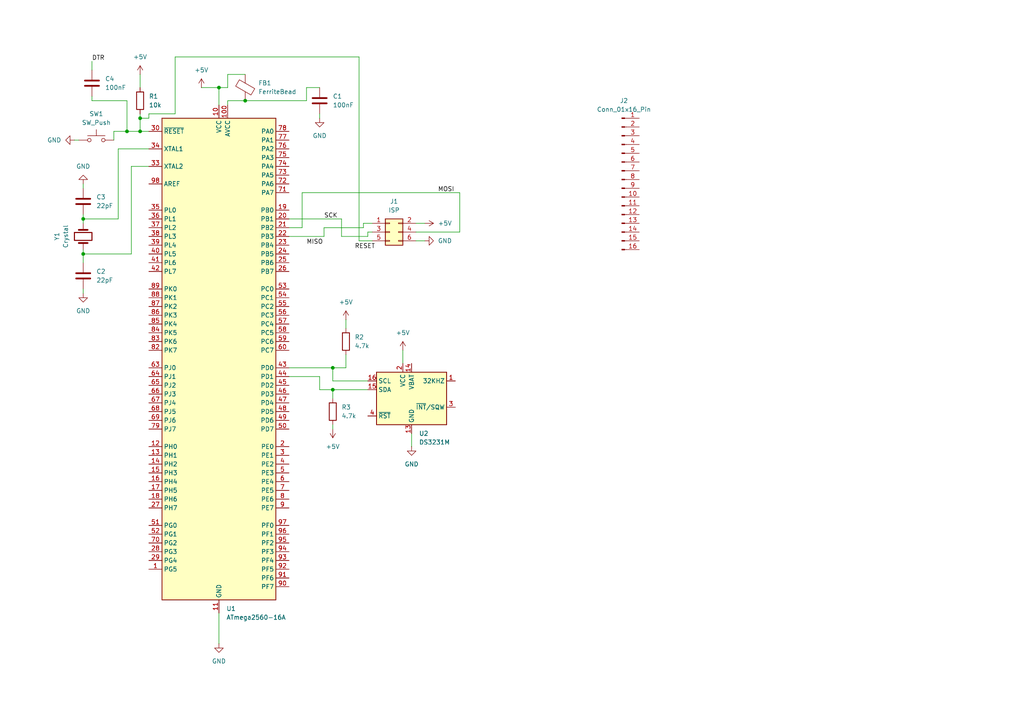
<source format=kicad_sch>
(kicad_sch
	(version 20250114)
	(generator "eeschema")
	(generator_version "9.0")
	(uuid "b86631ea-5659-4eef-8944-fb0c442e5638")
	(paper "A4")
	(lib_symbols
		(symbol "Connector:Conn_01x16_Pin"
			(pin_names
				(offset 1.016)
				(hide yes)
			)
			(exclude_from_sim no)
			(in_bom yes)
			(on_board yes)
			(property "Reference" "J"
				(at 0 20.32 0)
				(effects
					(font
						(size 1.27 1.27)
					)
				)
			)
			(property "Value" "Conn_01x16_Pin"
				(at 0 -22.86 0)
				(effects
					(font
						(size 1.27 1.27)
					)
				)
			)
			(property "Footprint" ""
				(at 0 0 0)
				(effects
					(font
						(size 1.27 1.27)
					)
					(hide yes)
				)
			)
			(property "Datasheet" "~"
				(at 0 0 0)
				(effects
					(font
						(size 1.27 1.27)
					)
					(hide yes)
				)
			)
			(property "Description" "Generic connector, single row, 01x16, script generated"
				(at 0 0 0)
				(effects
					(font
						(size 1.27 1.27)
					)
					(hide yes)
				)
			)
			(property "ki_locked" ""
				(at 0 0 0)
				(effects
					(font
						(size 1.27 1.27)
					)
				)
			)
			(property "ki_keywords" "connector"
				(at 0 0 0)
				(effects
					(font
						(size 1.27 1.27)
					)
					(hide yes)
				)
			)
			(property "ki_fp_filters" "Connector*:*_1x??_*"
				(at 0 0 0)
				(effects
					(font
						(size 1.27 1.27)
					)
					(hide yes)
				)
			)
			(symbol "Conn_01x16_Pin_1_1"
				(rectangle
					(start 0.8636 17.907)
					(end 0 17.653)
					(stroke
						(width 0.1524)
						(type default)
					)
					(fill
						(type outline)
					)
				)
				(rectangle
					(start 0.8636 15.367)
					(end 0 15.113)
					(stroke
						(width 0.1524)
						(type default)
					)
					(fill
						(type outline)
					)
				)
				(rectangle
					(start 0.8636 12.827)
					(end 0 12.573)
					(stroke
						(width 0.1524)
						(type default)
					)
					(fill
						(type outline)
					)
				)
				(rectangle
					(start 0.8636 10.287)
					(end 0 10.033)
					(stroke
						(width 0.1524)
						(type default)
					)
					(fill
						(type outline)
					)
				)
				(rectangle
					(start 0.8636 7.747)
					(end 0 7.493)
					(stroke
						(width 0.1524)
						(type default)
					)
					(fill
						(type outline)
					)
				)
				(rectangle
					(start 0.8636 5.207)
					(end 0 4.953)
					(stroke
						(width 0.1524)
						(type default)
					)
					(fill
						(type outline)
					)
				)
				(rectangle
					(start 0.8636 2.667)
					(end 0 2.413)
					(stroke
						(width 0.1524)
						(type default)
					)
					(fill
						(type outline)
					)
				)
				(rectangle
					(start 0.8636 0.127)
					(end 0 -0.127)
					(stroke
						(width 0.1524)
						(type default)
					)
					(fill
						(type outline)
					)
				)
				(rectangle
					(start 0.8636 -2.413)
					(end 0 -2.667)
					(stroke
						(width 0.1524)
						(type default)
					)
					(fill
						(type outline)
					)
				)
				(rectangle
					(start 0.8636 -4.953)
					(end 0 -5.207)
					(stroke
						(width 0.1524)
						(type default)
					)
					(fill
						(type outline)
					)
				)
				(rectangle
					(start 0.8636 -7.493)
					(end 0 -7.747)
					(stroke
						(width 0.1524)
						(type default)
					)
					(fill
						(type outline)
					)
				)
				(rectangle
					(start 0.8636 -10.033)
					(end 0 -10.287)
					(stroke
						(width 0.1524)
						(type default)
					)
					(fill
						(type outline)
					)
				)
				(rectangle
					(start 0.8636 -12.573)
					(end 0 -12.827)
					(stroke
						(width 0.1524)
						(type default)
					)
					(fill
						(type outline)
					)
				)
				(rectangle
					(start 0.8636 -15.113)
					(end 0 -15.367)
					(stroke
						(width 0.1524)
						(type default)
					)
					(fill
						(type outline)
					)
				)
				(rectangle
					(start 0.8636 -17.653)
					(end 0 -17.907)
					(stroke
						(width 0.1524)
						(type default)
					)
					(fill
						(type outline)
					)
				)
				(rectangle
					(start 0.8636 -20.193)
					(end 0 -20.447)
					(stroke
						(width 0.1524)
						(type default)
					)
					(fill
						(type outline)
					)
				)
				(polyline
					(pts
						(xy 1.27 17.78) (xy 0.8636 17.78)
					)
					(stroke
						(width 0.1524)
						(type default)
					)
					(fill
						(type none)
					)
				)
				(polyline
					(pts
						(xy 1.27 15.24) (xy 0.8636 15.24)
					)
					(stroke
						(width 0.1524)
						(type default)
					)
					(fill
						(type none)
					)
				)
				(polyline
					(pts
						(xy 1.27 12.7) (xy 0.8636 12.7)
					)
					(stroke
						(width 0.1524)
						(type default)
					)
					(fill
						(type none)
					)
				)
				(polyline
					(pts
						(xy 1.27 10.16) (xy 0.8636 10.16)
					)
					(stroke
						(width 0.1524)
						(type default)
					)
					(fill
						(type none)
					)
				)
				(polyline
					(pts
						(xy 1.27 7.62) (xy 0.8636 7.62)
					)
					(stroke
						(width 0.1524)
						(type default)
					)
					(fill
						(type none)
					)
				)
				(polyline
					(pts
						(xy 1.27 5.08) (xy 0.8636 5.08)
					)
					(stroke
						(width 0.1524)
						(type default)
					)
					(fill
						(type none)
					)
				)
				(polyline
					(pts
						(xy 1.27 2.54) (xy 0.8636 2.54)
					)
					(stroke
						(width 0.1524)
						(type default)
					)
					(fill
						(type none)
					)
				)
				(polyline
					(pts
						(xy 1.27 0) (xy 0.8636 0)
					)
					(stroke
						(width 0.1524)
						(type default)
					)
					(fill
						(type none)
					)
				)
				(polyline
					(pts
						(xy 1.27 -2.54) (xy 0.8636 -2.54)
					)
					(stroke
						(width 0.1524)
						(type default)
					)
					(fill
						(type none)
					)
				)
				(polyline
					(pts
						(xy 1.27 -5.08) (xy 0.8636 -5.08)
					)
					(stroke
						(width 0.1524)
						(type default)
					)
					(fill
						(type none)
					)
				)
				(polyline
					(pts
						(xy 1.27 -7.62) (xy 0.8636 -7.62)
					)
					(stroke
						(width 0.1524)
						(type default)
					)
					(fill
						(type none)
					)
				)
				(polyline
					(pts
						(xy 1.27 -10.16) (xy 0.8636 -10.16)
					)
					(stroke
						(width 0.1524)
						(type default)
					)
					(fill
						(type none)
					)
				)
				(polyline
					(pts
						(xy 1.27 -12.7) (xy 0.8636 -12.7)
					)
					(stroke
						(width 0.1524)
						(type default)
					)
					(fill
						(type none)
					)
				)
				(polyline
					(pts
						(xy 1.27 -15.24) (xy 0.8636 -15.24)
					)
					(stroke
						(width 0.1524)
						(type default)
					)
					(fill
						(type none)
					)
				)
				(polyline
					(pts
						(xy 1.27 -17.78) (xy 0.8636 -17.78)
					)
					(stroke
						(width 0.1524)
						(type default)
					)
					(fill
						(type none)
					)
				)
				(polyline
					(pts
						(xy 1.27 -20.32) (xy 0.8636 -20.32)
					)
					(stroke
						(width 0.1524)
						(type default)
					)
					(fill
						(type none)
					)
				)
				(pin passive line
					(at 5.08 17.78 180)
					(length 3.81)
					(name "Pin_1"
						(effects
							(font
								(size 1.27 1.27)
							)
						)
					)
					(number "1"
						(effects
							(font
								(size 1.27 1.27)
							)
						)
					)
				)
				(pin passive line
					(at 5.08 15.24 180)
					(length 3.81)
					(name "Pin_2"
						(effects
							(font
								(size 1.27 1.27)
							)
						)
					)
					(number "2"
						(effects
							(font
								(size 1.27 1.27)
							)
						)
					)
				)
				(pin passive line
					(at 5.08 12.7 180)
					(length 3.81)
					(name "Pin_3"
						(effects
							(font
								(size 1.27 1.27)
							)
						)
					)
					(number "3"
						(effects
							(font
								(size 1.27 1.27)
							)
						)
					)
				)
				(pin passive line
					(at 5.08 10.16 180)
					(length 3.81)
					(name "Pin_4"
						(effects
							(font
								(size 1.27 1.27)
							)
						)
					)
					(number "4"
						(effects
							(font
								(size 1.27 1.27)
							)
						)
					)
				)
				(pin passive line
					(at 5.08 7.62 180)
					(length 3.81)
					(name "Pin_5"
						(effects
							(font
								(size 1.27 1.27)
							)
						)
					)
					(number "5"
						(effects
							(font
								(size 1.27 1.27)
							)
						)
					)
				)
				(pin passive line
					(at 5.08 5.08 180)
					(length 3.81)
					(name "Pin_6"
						(effects
							(font
								(size 1.27 1.27)
							)
						)
					)
					(number "6"
						(effects
							(font
								(size 1.27 1.27)
							)
						)
					)
				)
				(pin passive line
					(at 5.08 2.54 180)
					(length 3.81)
					(name "Pin_7"
						(effects
							(font
								(size 1.27 1.27)
							)
						)
					)
					(number "7"
						(effects
							(font
								(size 1.27 1.27)
							)
						)
					)
				)
				(pin passive line
					(at 5.08 0 180)
					(length 3.81)
					(name "Pin_8"
						(effects
							(font
								(size 1.27 1.27)
							)
						)
					)
					(number "8"
						(effects
							(font
								(size 1.27 1.27)
							)
						)
					)
				)
				(pin passive line
					(at 5.08 -2.54 180)
					(length 3.81)
					(name "Pin_9"
						(effects
							(font
								(size 1.27 1.27)
							)
						)
					)
					(number "9"
						(effects
							(font
								(size 1.27 1.27)
							)
						)
					)
				)
				(pin passive line
					(at 5.08 -5.08 180)
					(length 3.81)
					(name "Pin_10"
						(effects
							(font
								(size 1.27 1.27)
							)
						)
					)
					(number "10"
						(effects
							(font
								(size 1.27 1.27)
							)
						)
					)
				)
				(pin passive line
					(at 5.08 -7.62 180)
					(length 3.81)
					(name "Pin_11"
						(effects
							(font
								(size 1.27 1.27)
							)
						)
					)
					(number "11"
						(effects
							(font
								(size 1.27 1.27)
							)
						)
					)
				)
				(pin passive line
					(at 5.08 -10.16 180)
					(length 3.81)
					(name "Pin_12"
						(effects
							(font
								(size 1.27 1.27)
							)
						)
					)
					(number "12"
						(effects
							(font
								(size 1.27 1.27)
							)
						)
					)
				)
				(pin passive line
					(at 5.08 -12.7 180)
					(length 3.81)
					(name "Pin_13"
						(effects
							(font
								(size 1.27 1.27)
							)
						)
					)
					(number "13"
						(effects
							(font
								(size 1.27 1.27)
							)
						)
					)
				)
				(pin passive line
					(at 5.08 -15.24 180)
					(length 3.81)
					(name "Pin_14"
						(effects
							(font
								(size 1.27 1.27)
							)
						)
					)
					(number "14"
						(effects
							(font
								(size 1.27 1.27)
							)
						)
					)
				)
				(pin passive line
					(at 5.08 -17.78 180)
					(length 3.81)
					(name "Pin_15"
						(effects
							(font
								(size 1.27 1.27)
							)
						)
					)
					(number "15"
						(effects
							(font
								(size 1.27 1.27)
							)
						)
					)
				)
				(pin passive line
					(at 5.08 -20.32 180)
					(length 3.81)
					(name "Pin_16"
						(effects
							(font
								(size 1.27 1.27)
							)
						)
					)
					(number "16"
						(effects
							(font
								(size 1.27 1.27)
							)
						)
					)
				)
			)
			(embedded_fonts no)
		)
		(symbol "Connector_Generic:Conn_02x03_Odd_Even"
			(pin_names
				(offset 1.016)
				(hide yes)
			)
			(exclude_from_sim no)
			(in_bom yes)
			(on_board yes)
			(property "Reference" "J"
				(at 1.27 5.08 0)
				(effects
					(font
						(size 1.27 1.27)
					)
				)
			)
			(property "Value" "Conn_02x03_Odd_Even"
				(at 1.27 -5.08 0)
				(effects
					(font
						(size 1.27 1.27)
					)
				)
			)
			(property "Footprint" ""
				(at 0 0 0)
				(effects
					(font
						(size 1.27 1.27)
					)
					(hide yes)
				)
			)
			(property "Datasheet" "~"
				(at 0 0 0)
				(effects
					(font
						(size 1.27 1.27)
					)
					(hide yes)
				)
			)
			(property "Description" "Generic connector, double row, 02x03, odd/even pin numbering scheme (row 1 odd numbers, row 2 even numbers), script generated (kicad-library-utils/schlib/autogen/connector/)"
				(at 0 0 0)
				(effects
					(font
						(size 1.27 1.27)
					)
					(hide yes)
				)
			)
			(property "ki_keywords" "connector"
				(at 0 0 0)
				(effects
					(font
						(size 1.27 1.27)
					)
					(hide yes)
				)
			)
			(property "ki_fp_filters" "Connector*:*_2x??_*"
				(at 0 0 0)
				(effects
					(font
						(size 1.27 1.27)
					)
					(hide yes)
				)
			)
			(symbol "Conn_02x03_Odd_Even_1_1"
				(rectangle
					(start -1.27 3.81)
					(end 3.81 -3.81)
					(stroke
						(width 0.254)
						(type default)
					)
					(fill
						(type background)
					)
				)
				(rectangle
					(start -1.27 2.667)
					(end 0 2.413)
					(stroke
						(width 0.1524)
						(type default)
					)
					(fill
						(type none)
					)
				)
				(rectangle
					(start -1.27 0.127)
					(end 0 -0.127)
					(stroke
						(width 0.1524)
						(type default)
					)
					(fill
						(type none)
					)
				)
				(rectangle
					(start -1.27 -2.413)
					(end 0 -2.667)
					(stroke
						(width 0.1524)
						(type default)
					)
					(fill
						(type none)
					)
				)
				(rectangle
					(start 3.81 2.667)
					(end 2.54 2.413)
					(stroke
						(width 0.1524)
						(type default)
					)
					(fill
						(type none)
					)
				)
				(rectangle
					(start 3.81 0.127)
					(end 2.54 -0.127)
					(stroke
						(width 0.1524)
						(type default)
					)
					(fill
						(type none)
					)
				)
				(rectangle
					(start 3.81 -2.413)
					(end 2.54 -2.667)
					(stroke
						(width 0.1524)
						(type default)
					)
					(fill
						(type none)
					)
				)
				(pin passive line
					(at -5.08 2.54 0)
					(length 3.81)
					(name "Pin_1"
						(effects
							(font
								(size 1.27 1.27)
							)
						)
					)
					(number "1"
						(effects
							(font
								(size 1.27 1.27)
							)
						)
					)
				)
				(pin passive line
					(at -5.08 0 0)
					(length 3.81)
					(name "Pin_3"
						(effects
							(font
								(size 1.27 1.27)
							)
						)
					)
					(number "3"
						(effects
							(font
								(size 1.27 1.27)
							)
						)
					)
				)
				(pin passive line
					(at -5.08 -2.54 0)
					(length 3.81)
					(name "Pin_5"
						(effects
							(font
								(size 1.27 1.27)
							)
						)
					)
					(number "5"
						(effects
							(font
								(size 1.27 1.27)
							)
						)
					)
				)
				(pin passive line
					(at 7.62 2.54 180)
					(length 3.81)
					(name "Pin_2"
						(effects
							(font
								(size 1.27 1.27)
							)
						)
					)
					(number "2"
						(effects
							(font
								(size 1.27 1.27)
							)
						)
					)
				)
				(pin passive line
					(at 7.62 0 180)
					(length 3.81)
					(name "Pin_4"
						(effects
							(font
								(size 1.27 1.27)
							)
						)
					)
					(number "4"
						(effects
							(font
								(size 1.27 1.27)
							)
						)
					)
				)
				(pin passive line
					(at 7.62 -2.54 180)
					(length 3.81)
					(name "Pin_6"
						(effects
							(font
								(size 1.27 1.27)
							)
						)
					)
					(number "6"
						(effects
							(font
								(size 1.27 1.27)
							)
						)
					)
				)
			)
			(embedded_fonts no)
		)
		(symbol "Device:C"
			(pin_numbers
				(hide yes)
			)
			(pin_names
				(offset 0.254)
			)
			(exclude_from_sim no)
			(in_bom yes)
			(on_board yes)
			(property "Reference" "C"
				(at 0.635 2.54 0)
				(effects
					(font
						(size 1.27 1.27)
					)
					(justify left)
				)
			)
			(property "Value" "C"
				(at 0.635 -2.54 0)
				(effects
					(font
						(size 1.27 1.27)
					)
					(justify left)
				)
			)
			(property "Footprint" ""
				(at 0.9652 -3.81 0)
				(effects
					(font
						(size 1.27 1.27)
					)
					(hide yes)
				)
			)
			(property "Datasheet" "~"
				(at 0 0 0)
				(effects
					(font
						(size 1.27 1.27)
					)
					(hide yes)
				)
			)
			(property "Description" "Unpolarized capacitor"
				(at 0 0 0)
				(effects
					(font
						(size 1.27 1.27)
					)
					(hide yes)
				)
			)
			(property "ki_keywords" "cap capacitor"
				(at 0 0 0)
				(effects
					(font
						(size 1.27 1.27)
					)
					(hide yes)
				)
			)
			(property "ki_fp_filters" "C_*"
				(at 0 0 0)
				(effects
					(font
						(size 1.27 1.27)
					)
					(hide yes)
				)
			)
			(symbol "C_0_1"
				(polyline
					(pts
						(xy -2.032 0.762) (xy 2.032 0.762)
					)
					(stroke
						(width 0.508)
						(type default)
					)
					(fill
						(type none)
					)
				)
				(polyline
					(pts
						(xy -2.032 -0.762) (xy 2.032 -0.762)
					)
					(stroke
						(width 0.508)
						(type default)
					)
					(fill
						(type none)
					)
				)
			)
			(symbol "C_1_1"
				(pin passive line
					(at 0 3.81 270)
					(length 2.794)
					(name "~"
						(effects
							(font
								(size 1.27 1.27)
							)
						)
					)
					(number "1"
						(effects
							(font
								(size 1.27 1.27)
							)
						)
					)
				)
				(pin passive line
					(at 0 -3.81 90)
					(length 2.794)
					(name "~"
						(effects
							(font
								(size 1.27 1.27)
							)
						)
					)
					(number "2"
						(effects
							(font
								(size 1.27 1.27)
							)
						)
					)
				)
			)
			(embedded_fonts no)
		)
		(symbol "Device:Crystal"
			(pin_numbers
				(hide yes)
			)
			(pin_names
				(offset 1.016)
				(hide yes)
			)
			(exclude_from_sim no)
			(in_bom yes)
			(on_board yes)
			(property "Reference" "Y"
				(at 0 3.81 0)
				(effects
					(font
						(size 1.27 1.27)
					)
				)
			)
			(property "Value" "Crystal"
				(at 0 -3.81 0)
				(effects
					(font
						(size 1.27 1.27)
					)
				)
			)
			(property "Footprint" ""
				(at 0 0 0)
				(effects
					(font
						(size 1.27 1.27)
					)
					(hide yes)
				)
			)
			(property "Datasheet" "~"
				(at 0 0 0)
				(effects
					(font
						(size 1.27 1.27)
					)
					(hide yes)
				)
			)
			(property "Description" "Two pin crystal"
				(at 0 0 0)
				(effects
					(font
						(size 1.27 1.27)
					)
					(hide yes)
				)
			)
			(property "ki_keywords" "quartz ceramic resonator oscillator"
				(at 0 0 0)
				(effects
					(font
						(size 1.27 1.27)
					)
					(hide yes)
				)
			)
			(property "ki_fp_filters" "Crystal*"
				(at 0 0 0)
				(effects
					(font
						(size 1.27 1.27)
					)
					(hide yes)
				)
			)
			(symbol "Crystal_0_1"
				(polyline
					(pts
						(xy -2.54 0) (xy -1.905 0)
					)
					(stroke
						(width 0)
						(type default)
					)
					(fill
						(type none)
					)
				)
				(polyline
					(pts
						(xy -1.905 -1.27) (xy -1.905 1.27)
					)
					(stroke
						(width 0.508)
						(type default)
					)
					(fill
						(type none)
					)
				)
				(rectangle
					(start -1.143 2.54)
					(end 1.143 -2.54)
					(stroke
						(width 0.3048)
						(type default)
					)
					(fill
						(type none)
					)
				)
				(polyline
					(pts
						(xy 1.905 -1.27) (xy 1.905 1.27)
					)
					(stroke
						(width 0.508)
						(type default)
					)
					(fill
						(type none)
					)
				)
				(polyline
					(pts
						(xy 2.54 0) (xy 1.905 0)
					)
					(stroke
						(width 0)
						(type default)
					)
					(fill
						(type none)
					)
				)
			)
			(symbol "Crystal_1_1"
				(pin passive line
					(at -3.81 0 0)
					(length 1.27)
					(name "1"
						(effects
							(font
								(size 1.27 1.27)
							)
						)
					)
					(number "1"
						(effects
							(font
								(size 1.27 1.27)
							)
						)
					)
				)
				(pin passive line
					(at 3.81 0 180)
					(length 1.27)
					(name "2"
						(effects
							(font
								(size 1.27 1.27)
							)
						)
					)
					(number "2"
						(effects
							(font
								(size 1.27 1.27)
							)
						)
					)
				)
			)
			(embedded_fonts no)
		)
		(symbol "Device:FerriteBead"
			(pin_numbers
				(hide yes)
			)
			(pin_names
				(offset 0)
			)
			(exclude_from_sim no)
			(in_bom yes)
			(on_board yes)
			(property "Reference" "FB"
				(at -3.81 0.635 90)
				(effects
					(font
						(size 1.27 1.27)
					)
				)
			)
			(property "Value" "FerriteBead"
				(at 3.81 0 90)
				(effects
					(font
						(size 1.27 1.27)
					)
				)
			)
			(property "Footprint" ""
				(at -1.778 0 90)
				(effects
					(font
						(size 1.27 1.27)
					)
					(hide yes)
				)
			)
			(property "Datasheet" "~"
				(at 0 0 0)
				(effects
					(font
						(size 1.27 1.27)
					)
					(hide yes)
				)
			)
			(property "Description" "Ferrite bead"
				(at 0 0 0)
				(effects
					(font
						(size 1.27 1.27)
					)
					(hide yes)
				)
			)
			(property "ki_keywords" "L ferrite bead inductor filter"
				(at 0 0 0)
				(effects
					(font
						(size 1.27 1.27)
					)
					(hide yes)
				)
			)
			(property "ki_fp_filters" "Inductor_* L_* *Ferrite*"
				(at 0 0 0)
				(effects
					(font
						(size 1.27 1.27)
					)
					(hide yes)
				)
			)
			(symbol "FerriteBead_0_1"
				(polyline
					(pts
						(xy -2.7686 0.4064) (xy -1.7018 2.2606) (xy 2.7686 -0.3048) (xy 1.6764 -2.159) (xy -2.7686 0.4064)
					)
					(stroke
						(width 0)
						(type default)
					)
					(fill
						(type none)
					)
				)
				(polyline
					(pts
						(xy 0 1.27) (xy 0 1.2954)
					)
					(stroke
						(width 0)
						(type default)
					)
					(fill
						(type none)
					)
				)
				(polyline
					(pts
						(xy 0 -1.27) (xy 0 -1.2192)
					)
					(stroke
						(width 0)
						(type default)
					)
					(fill
						(type none)
					)
				)
			)
			(symbol "FerriteBead_1_1"
				(pin passive line
					(at 0 3.81 270)
					(length 2.54)
					(name "~"
						(effects
							(font
								(size 1.27 1.27)
							)
						)
					)
					(number "1"
						(effects
							(font
								(size 1.27 1.27)
							)
						)
					)
				)
				(pin passive line
					(at 0 -3.81 90)
					(length 2.54)
					(name "~"
						(effects
							(font
								(size 1.27 1.27)
							)
						)
					)
					(number "2"
						(effects
							(font
								(size 1.27 1.27)
							)
						)
					)
				)
			)
			(embedded_fonts no)
		)
		(symbol "Device:R"
			(pin_numbers
				(hide yes)
			)
			(pin_names
				(offset 0)
			)
			(exclude_from_sim no)
			(in_bom yes)
			(on_board yes)
			(property "Reference" "R"
				(at 2.032 0 90)
				(effects
					(font
						(size 1.27 1.27)
					)
				)
			)
			(property "Value" "R"
				(at 0 0 90)
				(effects
					(font
						(size 1.27 1.27)
					)
				)
			)
			(property "Footprint" ""
				(at -1.778 0 90)
				(effects
					(font
						(size 1.27 1.27)
					)
					(hide yes)
				)
			)
			(property "Datasheet" "~"
				(at 0 0 0)
				(effects
					(font
						(size 1.27 1.27)
					)
					(hide yes)
				)
			)
			(property "Description" "Resistor"
				(at 0 0 0)
				(effects
					(font
						(size 1.27 1.27)
					)
					(hide yes)
				)
			)
			(property "ki_keywords" "R res resistor"
				(at 0 0 0)
				(effects
					(font
						(size 1.27 1.27)
					)
					(hide yes)
				)
			)
			(property "ki_fp_filters" "R_*"
				(at 0 0 0)
				(effects
					(font
						(size 1.27 1.27)
					)
					(hide yes)
				)
			)
			(symbol "R_0_1"
				(rectangle
					(start -1.016 -2.54)
					(end 1.016 2.54)
					(stroke
						(width 0.254)
						(type default)
					)
					(fill
						(type none)
					)
				)
			)
			(symbol "R_1_1"
				(pin passive line
					(at 0 3.81 270)
					(length 1.27)
					(name "~"
						(effects
							(font
								(size 1.27 1.27)
							)
						)
					)
					(number "1"
						(effects
							(font
								(size 1.27 1.27)
							)
						)
					)
				)
				(pin passive line
					(at 0 -3.81 90)
					(length 1.27)
					(name "~"
						(effects
							(font
								(size 1.27 1.27)
							)
						)
					)
					(number "2"
						(effects
							(font
								(size 1.27 1.27)
							)
						)
					)
				)
			)
			(embedded_fonts no)
		)
		(symbol "MCU_Microchip_ATmega:ATmega2560-16A"
			(exclude_from_sim no)
			(in_bom yes)
			(on_board yes)
			(property "Reference" "U"
				(at 0 1.27 0)
				(effects
					(font
						(size 1.27 1.27)
					)
					(justify bottom)
				)
			)
			(property "Value" "ATmega2560-16A"
				(at 0 -1.27 0)
				(effects
					(font
						(size 1.27 1.27)
					)
					(justify top)
				)
			)
			(property "Footprint" "Package_QFP:TQFP-100_14x14mm_P0.5mm"
				(at 0 0 0)
				(effects
					(font
						(size 1.27 1.27)
						(italic yes)
					)
					(hide yes)
				)
			)
			(property "Datasheet" "http://ww1.microchip.com/downloads/en/DeviceDoc/Atmel-2549-8-bit-AVR-Microcontroller-ATmega640-1280-1281-2560-2561_datasheet.pdf"
				(at 0 0 0)
				(effects
					(font
						(size 1.27 1.27)
					)
					(hide yes)
				)
			)
			(property "Description" "16MHz, 256kB Flash, 8kB SRAM, 4kB EEPROM, JTAG, TQFP-100"
				(at 0 0 0)
				(effects
					(font
						(size 1.27 1.27)
					)
					(hide yes)
				)
			)
			(property "ki_keywords" "AVR 8bit Microcontroller MegaAVR"
				(at 0 0 0)
				(effects
					(font
						(size 1.27 1.27)
					)
					(hide yes)
				)
			)
			(property "ki_fp_filters" "TQFP*14x14mm*P0.5mm*"
				(at 0 0 0)
				(effects
					(font
						(size 1.27 1.27)
					)
					(hide yes)
				)
			)
			(symbol "ATmega2560-16A_0_1"
				(rectangle
					(start -16.51 -69.85)
					(end 16.51 69.85)
					(stroke
						(width 0.254)
						(type default)
					)
					(fill
						(type background)
					)
				)
			)
			(symbol "ATmega2560-16A_1_1"
				(pin input line
					(at -20.32 66.04 0)
					(length 3.81)
					(name "~{RESET}"
						(effects
							(font
								(size 1.27 1.27)
							)
						)
					)
					(number "30"
						(effects
							(font
								(size 1.27 1.27)
							)
						)
					)
				)
				(pin input line
					(at -20.32 60.96 0)
					(length 3.81)
					(name "XTAL1"
						(effects
							(font
								(size 1.27 1.27)
							)
						)
					)
					(number "34"
						(effects
							(font
								(size 1.27 1.27)
							)
						)
					)
				)
				(pin output line
					(at -20.32 55.88 0)
					(length 3.81)
					(name "XTAL2"
						(effects
							(font
								(size 1.27 1.27)
							)
						)
					)
					(number "33"
						(effects
							(font
								(size 1.27 1.27)
							)
						)
					)
				)
				(pin passive line
					(at -20.32 50.8 0)
					(length 3.81)
					(name "AREF"
						(effects
							(font
								(size 1.27 1.27)
							)
						)
					)
					(number "98"
						(effects
							(font
								(size 1.27 1.27)
							)
						)
					)
				)
				(pin bidirectional line
					(at -20.32 43.18 0)
					(length 3.81)
					(name "PL0"
						(effects
							(font
								(size 1.27 1.27)
							)
						)
					)
					(number "35"
						(effects
							(font
								(size 1.27 1.27)
							)
						)
					)
				)
				(pin bidirectional line
					(at -20.32 40.64 0)
					(length 3.81)
					(name "PL1"
						(effects
							(font
								(size 1.27 1.27)
							)
						)
					)
					(number "36"
						(effects
							(font
								(size 1.27 1.27)
							)
						)
					)
				)
				(pin bidirectional line
					(at -20.32 38.1 0)
					(length 3.81)
					(name "PL2"
						(effects
							(font
								(size 1.27 1.27)
							)
						)
					)
					(number "37"
						(effects
							(font
								(size 1.27 1.27)
							)
						)
					)
				)
				(pin bidirectional line
					(at -20.32 35.56 0)
					(length 3.81)
					(name "PL3"
						(effects
							(font
								(size 1.27 1.27)
							)
						)
					)
					(number "38"
						(effects
							(font
								(size 1.27 1.27)
							)
						)
					)
				)
				(pin bidirectional line
					(at -20.32 33.02 0)
					(length 3.81)
					(name "PL4"
						(effects
							(font
								(size 1.27 1.27)
							)
						)
					)
					(number "39"
						(effects
							(font
								(size 1.27 1.27)
							)
						)
					)
				)
				(pin bidirectional line
					(at -20.32 30.48 0)
					(length 3.81)
					(name "PL5"
						(effects
							(font
								(size 1.27 1.27)
							)
						)
					)
					(number "40"
						(effects
							(font
								(size 1.27 1.27)
							)
						)
					)
				)
				(pin bidirectional line
					(at -20.32 27.94 0)
					(length 3.81)
					(name "PL6"
						(effects
							(font
								(size 1.27 1.27)
							)
						)
					)
					(number "41"
						(effects
							(font
								(size 1.27 1.27)
							)
						)
					)
				)
				(pin bidirectional line
					(at -20.32 25.4 0)
					(length 3.81)
					(name "PL7"
						(effects
							(font
								(size 1.27 1.27)
							)
						)
					)
					(number "42"
						(effects
							(font
								(size 1.27 1.27)
							)
						)
					)
				)
				(pin bidirectional line
					(at -20.32 20.32 0)
					(length 3.81)
					(name "PK0"
						(effects
							(font
								(size 1.27 1.27)
							)
						)
					)
					(number "89"
						(effects
							(font
								(size 1.27 1.27)
							)
						)
					)
				)
				(pin bidirectional line
					(at -20.32 17.78 0)
					(length 3.81)
					(name "PK1"
						(effects
							(font
								(size 1.27 1.27)
							)
						)
					)
					(number "88"
						(effects
							(font
								(size 1.27 1.27)
							)
						)
					)
				)
				(pin bidirectional line
					(at -20.32 15.24 0)
					(length 3.81)
					(name "PK2"
						(effects
							(font
								(size 1.27 1.27)
							)
						)
					)
					(number "87"
						(effects
							(font
								(size 1.27 1.27)
							)
						)
					)
				)
				(pin bidirectional line
					(at -20.32 12.7 0)
					(length 3.81)
					(name "PK3"
						(effects
							(font
								(size 1.27 1.27)
							)
						)
					)
					(number "86"
						(effects
							(font
								(size 1.27 1.27)
							)
						)
					)
				)
				(pin bidirectional line
					(at -20.32 10.16 0)
					(length 3.81)
					(name "PK4"
						(effects
							(font
								(size 1.27 1.27)
							)
						)
					)
					(number "85"
						(effects
							(font
								(size 1.27 1.27)
							)
						)
					)
				)
				(pin bidirectional line
					(at -20.32 7.62 0)
					(length 3.81)
					(name "PK5"
						(effects
							(font
								(size 1.27 1.27)
							)
						)
					)
					(number "84"
						(effects
							(font
								(size 1.27 1.27)
							)
						)
					)
				)
				(pin bidirectional line
					(at -20.32 5.08 0)
					(length 3.81)
					(name "PK6"
						(effects
							(font
								(size 1.27 1.27)
							)
						)
					)
					(number "83"
						(effects
							(font
								(size 1.27 1.27)
							)
						)
					)
				)
				(pin bidirectional line
					(at -20.32 2.54 0)
					(length 3.81)
					(name "PK7"
						(effects
							(font
								(size 1.27 1.27)
							)
						)
					)
					(number "82"
						(effects
							(font
								(size 1.27 1.27)
							)
						)
					)
				)
				(pin bidirectional line
					(at -20.32 -2.54 0)
					(length 3.81)
					(name "PJ0"
						(effects
							(font
								(size 1.27 1.27)
							)
						)
					)
					(number "63"
						(effects
							(font
								(size 1.27 1.27)
							)
						)
					)
				)
				(pin bidirectional line
					(at -20.32 -5.08 0)
					(length 3.81)
					(name "PJ1"
						(effects
							(font
								(size 1.27 1.27)
							)
						)
					)
					(number "64"
						(effects
							(font
								(size 1.27 1.27)
							)
						)
					)
				)
				(pin bidirectional line
					(at -20.32 -7.62 0)
					(length 3.81)
					(name "PJ2"
						(effects
							(font
								(size 1.27 1.27)
							)
						)
					)
					(number "65"
						(effects
							(font
								(size 1.27 1.27)
							)
						)
					)
				)
				(pin bidirectional line
					(at -20.32 -10.16 0)
					(length 3.81)
					(name "PJ3"
						(effects
							(font
								(size 1.27 1.27)
							)
						)
					)
					(number "66"
						(effects
							(font
								(size 1.27 1.27)
							)
						)
					)
				)
				(pin bidirectional line
					(at -20.32 -12.7 0)
					(length 3.81)
					(name "PJ4"
						(effects
							(font
								(size 1.27 1.27)
							)
						)
					)
					(number "67"
						(effects
							(font
								(size 1.27 1.27)
							)
						)
					)
				)
				(pin bidirectional line
					(at -20.32 -15.24 0)
					(length 3.81)
					(name "PJ5"
						(effects
							(font
								(size 1.27 1.27)
							)
						)
					)
					(number "68"
						(effects
							(font
								(size 1.27 1.27)
							)
						)
					)
				)
				(pin bidirectional line
					(at -20.32 -17.78 0)
					(length 3.81)
					(name "PJ6"
						(effects
							(font
								(size 1.27 1.27)
							)
						)
					)
					(number "69"
						(effects
							(font
								(size 1.27 1.27)
							)
						)
					)
				)
				(pin bidirectional line
					(at -20.32 -20.32 0)
					(length 3.81)
					(name "PJ7"
						(effects
							(font
								(size 1.27 1.27)
							)
						)
					)
					(number "79"
						(effects
							(font
								(size 1.27 1.27)
							)
						)
					)
				)
				(pin bidirectional line
					(at -20.32 -25.4 0)
					(length 3.81)
					(name "PH0"
						(effects
							(font
								(size 1.27 1.27)
							)
						)
					)
					(number "12"
						(effects
							(font
								(size 1.27 1.27)
							)
						)
					)
				)
				(pin bidirectional line
					(at -20.32 -27.94 0)
					(length 3.81)
					(name "PH1"
						(effects
							(font
								(size 1.27 1.27)
							)
						)
					)
					(number "13"
						(effects
							(font
								(size 1.27 1.27)
							)
						)
					)
				)
				(pin bidirectional line
					(at -20.32 -30.48 0)
					(length 3.81)
					(name "PH2"
						(effects
							(font
								(size 1.27 1.27)
							)
						)
					)
					(number "14"
						(effects
							(font
								(size 1.27 1.27)
							)
						)
					)
				)
				(pin bidirectional line
					(at -20.32 -33.02 0)
					(length 3.81)
					(name "PH3"
						(effects
							(font
								(size 1.27 1.27)
							)
						)
					)
					(number "15"
						(effects
							(font
								(size 1.27 1.27)
							)
						)
					)
				)
				(pin bidirectional line
					(at -20.32 -35.56 0)
					(length 3.81)
					(name "PH4"
						(effects
							(font
								(size 1.27 1.27)
							)
						)
					)
					(number "16"
						(effects
							(font
								(size 1.27 1.27)
							)
						)
					)
				)
				(pin bidirectional line
					(at -20.32 -38.1 0)
					(length 3.81)
					(name "PH5"
						(effects
							(font
								(size 1.27 1.27)
							)
						)
					)
					(number "17"
						(effects
							(font
								(size 1.27 1.27)
							)
						)
					)
				)
				(pin bidirectional line
					(at -20.32 -40.64 0)
					(length 3.81)
					(name "PH6"
						(effects
							(font
								(size 1.27 1.27)
							)
						)
					)
					(number "18"
						(effects
							(font
								(size 1.27 1.27)
							)
						)
					)
				)
				(pin bidirectional line
					(at -20.32 -43.18 0)
					(length 3.81)
					(name "PH7"
						(effects
							(font
								(size 1.27 1.27)
							)
						)
					)
					(number "27"
						(effects
							(font
								(size 1.27 1.27)
							)
						)
					)
				)
				(pin bidirectional line
					(at -20.32 -48.26 0)
					(length 3.81)
					(name "PG0"
						(effects
							(font
								(size 1.27 1.27)
							)
						)
					)
					(number "51"
						(effects
							(font
								(size 1.27 1.27)
							)
						)
					)
				)
				(pin bidirectional line
					(at -20.32 -50.8 0)
					(length 3.81)
					(name "PG1"
						(effects
							(font
								(size 1.27 1.27)
							)
						)
					)
					(number "52"
						(effects
							(font
								(size 1.27 1.27)
							)
						)
					)
				)
				(pin bidirectional line
					(at -20.32 -53.34 0)
					(length 3.81)
					(name "PG2"
						(effects
							(font
								(size 1.27 1.27)
							)
						)
					)
					(number "70"
						(effects
							(font
								(size 1.27 1.27)
							)
						)
					)
				)
				(pin bidirectional line
					(at -20.32 -55.88 0)
					(length 3.81)
					(name "PG3"
						(effects
							(font
								(size 1.27 1.27)
							)
						)
					)
					(number "28"
						(effects
							(font
								(size 1.27 1.27)
							)
						)
					)
				)
				(pin bidirectional line
					(at -20.32 -58.42 0)
					(length 3.81)
					(name "PG4"
						(effects
							(font
								(size 1.27 1.27)
							)
						)
					)
					(number "29"
						(effects
							(font
								(size 1.27 1.27)
							)
						)
					)
				)
				(pin bidirectional line
					(at -20.32 -60.96 0)
					(length 3.81)
					(name "PG5"
						(effects
							(font
								(size 1.27 1.27)
							)
						)
					)
					(number "1"
						(effects
							(font
								(size 1.27 1.27)
							)
						)
					)
				)
				(pin power_in line
					(at 0 73.66 270)
					(length 3.81)
					(name "VCC"
						(effects
							(font
								(size 1.27 1.27)
							)
						)
					)
					(number "10"
						(effects
							(font
								(size 1.27 1.27)
							)
						)
					)
				)
				(pin passive line
					(at 0 73.66 270)
					(length 3.81)
					(hide yes)
					(name "VCC"
						(effects
							(font
								(size 1.27 1.27)
							)
						)
					)
					(number "31"
						(effects
							(font
								(size 1.27 1.27)
							)
						)
					)
				)
				(pin passive line
					(at 0 73.66 270)
					(length 3.81)
					(hide yes)
					(name "VCC"
						(effects
							(font
								(size 1.27 1.27)
							)
						)
					)
					(number "61"
						(effects
							(font
								(size 1.27 1.27)
							)
						)
					)
				)
				(pin passive line
					(at 0 73.66 270)
					(length 3.81)
					(hide yes)
					(name "VCC"
						(effects
							(font
								(size 1.27 1.27)
							)
						)
					)
					(number "80"
						(effects
							(font
								(size 1.27 1.27)
							)
						)
					)
				)
				(pin power_in line
					(at 0 -73.66 90)
					(length 3.81)
					(name "GND"
						(effects
							(font
								(size 1.27 1.27)
							)
						)
					)
					(number "11"
						(effects
							(font
								(size 1.27 1.27)
							)
						)
					)
				)
				(pin passive line
					(at 0 -73.66 90)
					(length 3.81)
					(hide yes)
					(name "GND"
						(effects
							(font
								(size 1.27 1.27)
							)
						)
					)
					(number "32"
						(effects
							(font
								(size 1.27 1.27)
							)
						)
					)
				)
				(pin passive line
					(at 0 -73.66 90)
					(length 3.81)
					(hide yes)
					(name "GND"
						(effects
							(font
								(size 1.27 1.27)
							)
						)
					)
					(number "62"
						(effects
							(font
								(size 1.27 1.27)
							)
						)
					)
				)
				(pin passive line
					(at 0 -73.66 90)
					(length 3.81)
					(hide yes)
					(name "GND"
						(effects
							(font
								(size 1.27 1.27)
							)
						)
					)
					(number "81"
						(effects
							(font
								(size 1.27 1.27)
							)
						)
					)
				)
				(pin passive line
					(at 0 -73.66 90)
					(length 3.81)
					(hide yes)
					(name "GND"
						(effects
							(font
								(size 1.27 1.27)
							)
						)
					)
					(number "99"
						(effects
							(font
								(size 1.27 1.27)
							)
						)
					)
				)
				(pin power_in line
					(at 2.54 73.66 270)
					(length 3.81)
					(name "AVCC"
						(effects
							(font
								(size 1.27 1.27)
							)
						)
					)
					(number "100"
						(effects
							(font
								(size 1.27 1.27)
							)
						)
					)
				)
				(pin bidirectional line
					(at 20.32 66.04 180)
					(length 3.81)
					(name "PA0"
						(effects
							(font
								(size 1.27 1.27)
							)
						)
					)
					(number "78"
						(effects
							(font
								(size 1.27 1.27)
							)
						)
					)
				)
				(pin bidirectional line
					(at 20.32 63.5 180)
					(length 3.81)
					(name "PA1"
						(effects
							(font
								(size 1.27 1.27)
							)
						)
					)
					(number "77"
						(effects
							(font
								(size 1.27 1.27)
							)
						)
					)
				)
				(pin bidirectional line
					(at 20.32 60.96 180)
					(length 3.81)
					(name "PA2"
						(effects
							(font
								(size 1.27 1.27)
							)
						)
					)
					(number "76"
						(effects
							(font
								(size 1.27 1.27)
							)
						)
					)
				)
				(pin bidirectional line
					(at 20.32 58.42 180)
					(length 3.81)
					(name "PA3"
						(effects
							(font
								(size 1.27 1.27)
							)
						)
					)
					(number "75"
						(effects
							(font
								(size 1.27 1.27)
							)
						)
					)
				)
				(pin bidirectional line
					(at 20.32 55.88 180)
					(length 3.81)
					(name "PA4"
						(effects
							(font
								(size 1.27 1.27)
							)
						)
					)
					(number "74"
						(effects
							(font
								(size 1.27 1.27)
							)
						)
					)
				)
				(pin bidirectional line
					(at 20.32 53.34 180)
					(length 3.81)
					(name "PA5"
						(effects
							(font
								(size 1.27 1.27)
							)
						)
					)
					(number "73"
						(effects
							(font
								(size 1.27 1.27)
							)
						)
					)
				)
				(pin bidirectional line
					(at 20.32 50.8 180)
					(length 3.81)
					(name "PA6"
						(effects
							(font
								(size 1.27 1.27)
							)
						)
					)
					(number "72"
						(effects
							(font
								(size 1.27 1.27)
							)
						)
					)
				)
				(pin bidirectional line
					(at 20.32 48.26 180)
					(length 3.81)
					(name "PA7"
						(effects
							(font
								(size 1.27 1.27)
							)
						)
					)
					(number "71"
						(effects
							(font
								(size 1.27 1.27)
							)
						)
					)
				)
				(pin bidirectional line
					(at 20.32 43.18 180)
					(length 3.81)
					(name "PB0"
						(effects
							(font
								(size 1.27 1.27)
							)
						)
					)
					(number "19"
						(effects
							(font
								(size 1.27 1.27)
							)
						)
					)
				)
				(pin bidirectional line
					(at 20.32 40.64 180)
					(length 3.81)
					(name "PB1"
						(effects
							(font
								(size 1.27 1.27)
							)
						)
					)
					(number "20"
						(effects
							(font
								(size 1.27 1.27)
							)
						)
					)
				)
				(pin bidirectional line
					(at 20.32 38.1 180)
					(length 3.81)
					(name "PB2"
						(effects
							(font
								(size 1.27 1.27)
							)
						)
					)
					(number "21"
						(effects
							(font
								(size 1.27 1.27)
							)
						)
					)
				)
				(pin bidirectional line
					(at 20.32 35.56 180)
					(length 3.81)
					(name "PB3"
						(effects
							(font
								(size 1.27 1.27)
							)
						)
					)
					(number "22"
						(effects
							(font
								(size 1.27 1.27)
							)
						)
					)
				)
				(pin bidirectional line
					(at 20.32 33.02 180)
					(length 3.81)
					(name "PB4"
						(effects
							(font
								(size 1.27 1.27)
							)
						)
					)
					(number "23"
						(effects
							(font
								(size 1.27 1.27)
							)
						)
					)
				)
				(pin bidirectional line
					(at 20.32 30.48 180)
					(length 3.81)
					(name "PB5"
						(effects
							(font
								(size 1.27 1.27)
							)
						)
					)
					(number "24"
						(effects
							(font
								(size 1.27 1.27)
							)
						)
					)
				)
				(pin bidirectional line
					(at 20.32 27.94 180)
					(length 3.81)
					(name "PB6"
						(effects
							(font
								(size 1.27 1.27)
							)
						)
					)
					(number "25"
						(effects
							(font
								(size 1.27 1.27)
							)
						)
					)
				)
				(pin bidirectional line
					(at 20.32 25.4 180)
					(length 3.81)
					(name "PB7"
						(effects
							(font
								(size 1.27 1.27)
							)
						)
					)
					(number "26"
						(effects
							(font
								(size 1.27 1.27)
							)
						)
					)
				)
				(pin bidirectional line
					(at 20.32 20.32 180)
					(length 3.81)
					(name "PC0"
						(effects
							(font
								(size 1.27 1.27)
							)
						)
					)
					(number "53"
						(effects
							(font
								(size 1.27 1.27)
							)
						)
					)
				)
				(pin bidirectional line
					(at 20.32 17.78 180)
					(length 3.81)
					(name "PC1"
						(effects
							(font
								(size 1.27 1.27)
							)
						)
					)
					(number "54"
						(effects
							(font
								(size 1.27 1.27)
							)
						)
					)
				)
				(pin bidirectional line
					(at 20.32 15.24 180)
					(length 3.81)
					(name "PC2"
						(effects
							(font
								(size 1.27 1.27)
							)
						)
					)
					(number "55"
						(effects
							(font
								(size 1.27 1.27)
							)
						)
					)
				)
				(pin bidirectional line
					(at 20.32 12.7 180)
					(length 3.81)
					(name "PC3"
						(effects
							(font
								(size 1.27 1.27)
							)
						)
					)
					(number "56"
						(effects
							(font
								(size 1.27 1.27)
							)
						)
					)
				)
				(pin bidirectional line
					(at 20.32 10.16 180)
					(length 3.81)
					(name "PC4"
						(effects
							(font
								(size 1.27 1.27)
							)
						)
					)
					(number "57"
						(effects
							(font
								(size 1.27 1.27)
							)
						)
					)
				)
				(pin bidirectional line
					(at 20.32 7.62 180)
					(length 3.81)
					(name "PC5"
						(effects
							(font
								(size 1.27 1.27)
							)
						)
					)
					(number "58"
						(effects
							(font
								(size 1.27 1.27)
							)
						)
					)
				)
				(pin bidirectional line
					(at 20.32 5.08 180)
					(length 3.81)
					(name "PC6"
						(effects
							(font
								(size 1.27 1.27)
							)
						)
					)
					(number "59"
						(effects
							(font
								(size 1.27 1.27)
							)
						)
					)
				)
				(pin bidirectional line
					(at 20.32 2.54 180)
					(length 3.81)
					(name "PC7"
						(effects
							(font
								(size 1.27 1.27)
							)
						)
					)
					(number "60"
						(effects
							(font
								(size 1.27 1.27)
							)
						)
					)
				)
				(pin bidirectional line
					(at 20.32 -2.54 180)
					(length 3.81)
					(name "PD0"
						(effects
							(font
								(size 1.27 1.27)
							)
						)
					)
					(number "43"
						(effects
							(font
								(size 1.27 1.27)
							)
						)
					)
				)
				(pin bidirectional line
					(at 20.32 -5.08 180)
					(length 3.81)
					(name "PD1"
						(effects
							(font
								(size 1.27 1.27)
							)
						)
					)
					(number "44"
						(effects
							(font
								(size 1.27 1.27)
							)
						)
					)
				)
				(pin bidirectional line
					(at 20.32 -7.62 180)
					(length 3.81)
					(name "PD2"
						(effects
							(font
								(size 1.27 1.27)
							)
						)
					)
					(number "45"
						(effects
							(font
								(size 1.27 1.27)
							)
						)
					)
				)
				(pin bidirectional line
					(at 20.32 -10.16 180)
					(length 3.81)
					(name "PD3"
						(effects
							(font
								(size 1.27 1.27)
							)
						)
					)
					(number "46"
						(effects
							(font
								(size 1.27 1.27)
							)
						)
					)
				)
				(pin bidirectional line
					(at 20.32 -12.7 180)
					(length 3.81)
					(name "PD4"
						(effects
							(font
								(size 1.27 1.27)
							)
						)
					)
					(number "47"
						(effects
							(font
								(size 1.27 1.27)
							)
						)
					)
				)
				(pin bidirectional line
					(at 20.32 -15.24 180)
					(length 3.81)
					(name "PD5"
						(effects
							(font
								(size 1.27 1.27)
							)
						)
					)
					(number "48"
						(effects
							(font
								(size 1.27 1.27)
							)
						)
					)
				)
				(pin bidirectional line
					(at 20.32 -17.78 180)
					(length 3.81)
					(name "PD6"
						(effects
							(font
								(size 1.27 1.27)
							)
						)
					)
					(number "49"
						(effects
							(font
								(size 1.27 1.27)
							)
						)
					)
				)
				(pin bidirectional line
					(at 20.32 -20.32 180)
					(length 3.81)
					(name "PD7"
						(effects
							(font
								(size 1.27 1.27)
							)
						)
					)
					(number "50"
						(effects
							(font
								(size 1.27 1.27)
							)
						)
					)
				)
				(pin bidirectional line
					(at 20.32 -25.4 180)
					(length 3.81)
					(name "PE0"
						(effects
							(font
								(size 1.27 1.27)
							)
						)
					)
					(number "2"
						(effects
							(font
								(size 1.27 1.27)
							)
						)
					)
				)
				(pin bidirectional line
					(at 20.32 -27.94 180)
					(length 3.81)
					(name "PE1"
						(effects
							(font
								(size 1.27 1.27)
							)
						)
					)
					(number "3"
						(effects
							(font
								(size 1.27 1.27)
							)
						)
					)
				)
				(pin bidirectional line
					(at 20.32 -30.48 180)
					(length 3.81)
					(name "PE2"
						(effects
							(font
								(size 1.27 1.27)
							)
						)
					)
					(number "4"
						(effects
							(font
								(size 1.27 1.27)
							)
						)
					)
				)
				(pin bidirectional line
					(at 20.32 -33.02 180)
					(length 3.81)
					(name "PE3"
						(effects
							(font
								(size 1.27 1.27)
							)
						)
					)
					(number "5"
						(effects
							(font
								(size 1.27 1.27)
							)
						)
					)
				)
				(pin bidirectional line
					(at 20.32 -35.56 180)
					(length 3.81)
					(name "PE4"
						(effects
							(font
								(size 1.27 1.27)
							)
						)
					)
					(number "6"
						(effects
							(font
								(size 1.27 1.27)
							)
						)
					)
				)
				(pin bidirectional line
					(at 20.32 -38.1 180)
					(length 3.81)
					(name "PE5"
						(effects
							(font
								(size 1.27 1.27)
							)
						)
					)
					(number "7"
						(effects
							(font
								(size 1.27 1.27)
							)
						)
					)
				)
				(pin bidirectional line
					(at 20.32 -40.64 180)
					(length 3.81)
					(name "PE6"
						(effects
							(font
								(size 1.27 1.27)
							)
						)
					)
					(number "8"
						(effects
							(font
								(size 1.27 1.27)
							)
						)
					)
				)
				(pin bidirectional line
					(at 20.32 -43.18 180)
					(length 3.81)
					(name "PE7"
						(effects
							(font
								(size 1.27 1.27)
							)
						)
					)
					(number "9"
						(effects
							(font
								(size 1.27 1.27)
							)
						)
					)
				)
				(pin bidirectional line
					(at 20.32 -48.26 180)
					(length 3.81)
					(name "PF0"
						(effects
							(font
								(size 1.27 1.27)
							)
						)
					)
					(number "97"
						(effects
							(font
								(size 1.27 1.27)
							)
						)
					)
				)
				(pin bidirectional line
					(at 20.32 -50.8 180)
					(length 3.81)
					(name "PF1"
						(effects
							(font
								(size 1.27 1.27)
							)
						)
					)
					(number "96"
						(effects
							(font
								(size 1.27 1.27)
							)
						)
					)
				)
				(pin bidirectional line
					(at 20.32 -53.34 180)
					(length 3.81)
					(name "PF2"
						(effects
							(font
								(size 1.27 1.27)
							)
						)
					)
					(number "95"
						(effects
							(font
								(size 1.27 1.27)
							)
						)
					)
				)
				(pin bidirectional line
					(at 20.32 -55.88 180)
					(length 3.81)
					(name "PF3"
						(effects
							(font
								(size 1.27 1.27)
							)
						)
					)
					(number "94"
						(effects
							(font
								(size 1.27 1.27)
							)
						)
					)
				)
				(pin bidirectional line
					(at 20.32 -58.42 180)
					(length 3.81)
					(name "PF4"
						(effects
							(font
								(size 1.27 1.27)
							)
						)
					)
					(number "93"
						(effects
							(font
								(size 1.27 1.27)
							)
						)
					)
				)
				(pin bidirectional line
					(at 20.32 -60.96 180)
					(length 3.81)
					(name "PF5"
						(effects
							(font
								(size 1.27 1.27)
							)
						)
					)
					(number "92"
						(effects
							(font
								(size 1.27 1.27)
							)
						)
					)
				)
				(pin bidirectional line
					(at 20.32 -63.5 180)
					(length 3.81)
					(name "PF6"
						(effects
							(font
								(size 1.27 1.27)
							)
						)
					)
					(number "91"
						(effects
							(font
								(size 1.27 1.27)
							)
						)
					)
				)
				(pin bidirectional line
					(at 20.32 -66.04 180)
					(length 3.81)
					(name "PF7"
						(effects
							(font
								(size 1.27 1.27)
							)
						)
					)
					(number "90"
						(effects
							(font
								(size 1.27 1.27)
							)
						)
					)
				)
			)
			(embedded_fonts no)
		)
		(symbol "Switch:SW_Push"
			(pin_numbers
				(hide yes)
			)
			(pin_names
				(offset 1.016)
				(hide yes)
			)
			(exclude_from_sim no)
			(in_bom yes)
			(on_board yes)
			(property "Reference" "SW"
				(at 1.27 2.54 0)
				(effects
					(font
						(size 1.27 1.27)
					)
					(justify left)
				)
			)
			(property "Value" "SW_Push"
				(at 0 -1.524 0)
				(effects
					(font
						(size 1.27 1.27)
					)
				)
			)
			(property "Footprint" ""
				(at 0 5.08 0)
				(effects
					(font
						(size 1.27 1.27)
					)
					(hide yes)
				)
			)
			(property "Datasheet" "~"
				(at 0 5.08 0)
				(effects
					(font
						(size 1.27 1.27)
					)
					(hide yes)
				)
			)
			(property "Description" "Push button switch, generic, two pins"
				(at 0 0 0)
				(effects
					(font
						(size 1.27 1.27)
					)
					(hide yes)
				)
			)
			(property "ki_keywords" "switch normally-open pushbutton push-button"
				(at 0 0 0)
				(effects
					(font
						(size 1.27 1.27)
					)
					(hide yes)
				)
			)
			(symbol "SW_Push_0_1"
				(circle
					(center -2.032 0)
					(radius 0.508)
					(stroke
						(width 0)
						(type default)
					)
					(fill
						(type none)
					)
				)
				(polyline
					(pts
						(xy 0 1.27) (xy 0 3.048)
					)
					(stroke
						(width 0)
						(type default)
					)
					(fill
						(type none)
					)
				)
				(circle
					(center 2.032 0)
					(radius 0.508)
					(stroke
						(width 0)
						(type default)
					)
					(fill
						(type none)
					)
				)
				(polyline
					(pts
						(xy 2.54 1.27) (xy -2.54 1.27)
					)
					(stroke
						(width 0)
						(type default)
					)
					(fill
						(type none)
					)
				)
				(pin passive line
					(at -5.08 0 0)
					(length 2.54)
					(name "1"
						(effects
							(font
								(size 1.27 1.27)
							)
						)
					)
					(number "1"
						(effects
							(font
								(size 1.27 1.27)
							)
						)
					)
				)
				(pin passive line
					(at 5.08 0 180)
					(length 2.54)
					(name "2"
						(effects
							(font
								(size 1.27 1.27)
							)
						)
					)
					(number "2"
						(effects
							(font
								(size 1.27 1.27)
							)
						)
					)
				)
			)
			(embedded_fonts no)
		)
		(symbol "Timer_RTC:DS3231M"
			(exclude_from_sim no)
			(in_bom yes)
			(on_board yes)
			(property "Reference" "U"
				(at -7.62 8.89 0)
				(effects
					(font
						(size 1.27 1.27)
					)
					(justify right)
				)
			)
			(property "Value" "DS3231M"
				(at 10.16 8.89 0)
				(effects
					(font
						(size 1.27 1.27)
					)
					(justify right)
				)
			)
			(property "Footprint" "Package_SO:SOIC-16W_7.5x10.3mm_P1.27mm"
				(at 0 -15.24 0)
				(effects
					(font
						(size 1.27 1.27)
					)
					(hide yes)
				)
			)
			(property "Datasheet" "http://datasheets.maximintegrated.com/en/ds/DS3231.pdf"
				(at 6.858 1.27 0)
				(effects
					(font
						(size 1.27 1.27)
					)
					(hide yes)
				)
			)
			(property "Description" "Extremely Accurate I2C-Integrated RTC/TCXO/Crystal SOIC-16"
				(at 0 0 0)
				(effects
					(font
						(size 1.27 1.27)
					)
					(hide yes)
				)
			)
			(property "ki_keywords" "RTC TCXO Realtime Time Clock Crystal Oscillator I2C"
				(at 0 0 0)
				(effects
					(font
						(size 1.27 1.27)
					)
					(hide yes)
				)
			)
			(property "ki_fp_filters" "SOIC*7.5x10.3mm*P1.27mm*"
				(at 0 0 0)
				(effects
					(font
						(size 1.27 1.27)
					)
					(hide yes)
				)
			)
			(symbol "DS3231M_0_1"
				(rectangle
					(start -10.16 7.62)
					(end 10.16 -7.62)
					(stroke
						(width 0.254)
						(type default)
					)
					(fill
						(type background)
					)
				)
			)
			(symbol "DS3231M_1_1"
				(pin input line
					(at -12.7 5.08 0)
					(length 2.54)
					(name "SCL"
						(effects
							(font
								(size 1.27 1.27)
							)
						)
					)
					(number "16"
						(effects
							(font
								(size 1.27 1.27)
							)
						)
					)
				)
				(pin bidirectional line
					(at -12.7 2.54 0)
					(length 2.54)
					(name "SDA"
						(effects
							(font
								(size 1.27 1.27)
							)
						)
					)
					(number "15"
						(effects
							(font
								(size 1.27 1.27)
							)
						)
					)
				)
				(pin bidirectional line
					(at -12.7 -5.08 0)
					(length 2.54)
					(name "~{RST}"
						(effects
							(font
								(size 1.27 1.27)
							)
						)
					)
					(number "4"
						(effects
							(font
								(size 1.27 1.27)
							)
						)
					)
				)
				(pin power_in line
					(at -2.54 10.16 270)
					(length 2.54)
					(name "VCC"
						(effects
							(font
								(size 1.27 1.27)
							)
						)
					)
					(number "2"
						(effects
							(font
								(size 1.27 1.27)
							)
						)
					)
				)
				(pin power_in line
					(at 0 10.16 270)
					(length 2.54)
					(name "VBAT"
						(effects
							(font
								(size 1.27 1.27)
							)
						)
					)
					(number "14"
						(effects
							(font
								(size 1.27 1.27)
							)
						)
					)
				)
				(pin passive line
					(at 0 -10.16 90)
					(length 2.54)
					(hide yes)
					(name "GND"
						(effects
							(font
								(size 1.27 1.27)
							)
						)
					)
					(number "10"
						(effects
							(font
								(size 1.27 1.27)
							)
						)
					)
				)
				(pin passive line
					(at 0 -10.16 90)
					(length 2.54)
					(hide yes)
					(name "GND"
						(effects
							(font
								(size 1.27 1.27)
							)
						)
					)
					(number "11"
						(effects
							(font
								(size 1.27 1.27)
							)
						)
					)
				)
				(pin passive line
					(at 0 -10.16 90)
					(length 2.54)
					(hide yes)
					(name "GND"
						(effects
							(font
								(size 1.27 1.27)
							)
						)
					)
					(number "12"
						(effects
							(font
								(size 1.27 1.27)
							)
						)
					)
				)
				(pin power_in line
					(at 0 -10.16 90)
					(length 2.54)
					(name "GND"
						(effects
							(font
								(size 1.27 1.27)
							)
						)
					)
					(number "13"
						(effects
							(font
								(size 1.27 1.27)
							)
						)
					)
				)
				(pin passive line
					(at 0 -10.16 90)
					(length 2.54)
					(hide yes)
					(name "GND"
						(effects
							(font
								(size 1.27 1.27)
							)
						)
					)
					(number "5"
						(effects
							(font
								(size 1.27 1.27)
							)
						)
					)
				)
				(pin passive line
					(at 0 -10.16 90)
					(length 2.54)
					(hide yes)
					(name "GND"
						(effects
							(font
								(size 1.27 1.27)
							)
						)
					)
					(number "6"
						(effects
							(font
								(size 1.27 1.27)
							)
						)
					)
				)
				(pin passive line
					(at 0 -10.16 90)
					(length 2.54)
					(hide yes)
					(name "GND"
						(effects
							(font
								(size 1.27 1.27)
							)
						)
					)
					(number "7"
						(effects
							(font
								(size 1.27 1.27)
							)
						)
					)
				)
				(pin passive line
					(at 0 -10.16 90)
					(length 2.54)
					(hide yes)
					(name "GND"
						(effects
							(font
								(size 1.27 1.27)
							)
						)
					)
					(number "8"
						(effects
							(font
								(size 1.27 1.27)
							)
						)
					)
				)
				(pin passive line
					(at 0 -10.16 90)
					(length 2.54)
					(hide yes)
					(name "GND"
						(effects
							(font
								(size 1.27 1.27)
							)
						)
					)
					(number "9"
						(effects
							(font
								(size 1.27 1.27)
							)
						)
					)
				)
				(pin open_collector line
					(at 12.7 5.08 180)
					(length 2.54)
					(name "32KHZ"
						(effects
							(font
								(size 1.27 1.27)
							)
						)
					)
					(number "1"
						(effects
							(font
								(size 1.27 1.27)
							)
						)
					)
				)
				(pin open_collector line
					(at 12.7 -2.54 180)
					(length 2.54)
					(name "~{INT}/SQW"
						(effects
							(font
								(size 1.27 1.27)
							)
						)
					)
					(number "3"
						(effects
							(font
								(size 1.27 1.27)
							)
						)
					)
				)
			)
			(embedded_fonts no)
		)
		(symbol "power:+5V"
			(power)
			(pin_numbers
				(hide yes)
			)
			(pin_names
				(offset 0)
				(hide yes)
			)
			(exclude_from_sim no)
			(in_bom yes)
			(on_board yes)
			(property "Reference" "#PWR"
				(at 0 -3.81 0)
				(effects
					(font
						(size 1.27 1.27)
					)
					(hide yes)
				)
			)
			(property "Value" "+5V"
				(at 0 3.556 0)
				(effects
					(font
						(size 1.27 1.27)
					)
				)
			)
			(property "Footprint" ""
				(at 0 0 0)
				(effects
					(font
						(size 1.27 1.27)
					)
					(hide yes)
				)
			)
			(property "Datasheet" ""
				(at 0 0 0)
				(effects
					(font
						(size 1.27 1.27)
					)
					(hide yes)
				)
			)
			(property "Description" "Power symbol creates a global label with name \"+5V\""
				(at 0 0 0)
				(effects
					(font
						(size 1.27 1.27)
					)
					(hide yes)
				)
			)
			(property "ki_keywords" "global power"
				(at 0 0 0)
				(effects
					(font
						(size 1.27 1.27)
					)
					(hide yes)
				)
			)
			(symbol "+5V_0_1"
				(polyline
					(pts
						(xy -0.762 1.27) (xy 0 2.54)
					)
					(stroke
						(width 0)
						(type default)
					)
					(fill
						(type none)
					)
				)
				(polyline
					(pts
						(xy 0 2.54) (xy 0.762 1.27)
					)
					(stroke
						(width 0)
						(type default)
					)
					(fill
						(type none)
					)
				)
				(polyline
					(pts
						(xy 0 0) (xy 0 2.54)
					)
					(stroke
						(width 0)
						(type default)
					)
					(fill
						(type none)
					)
				)
			)
			(symbol "+5V_1_1"
				(pin power_in line
					(at 0 0 90)
					(length 0)
					(name "~"
						(effects
							(font
								(size 1.27 1.27)
							)
						)
					)
					(number "1"
						(effects
							(font
								(size 1.27 1.27)
							)
						)
					)
				)
			)
			(embedded_fonts no)
		)
		(symbol "power:GND"
			(power)
			(pin_numbers
				(hide yes)
			)
			(pin_names
				(offset 0)
				(hide yes)
			)
			(exclude_from_sim no)
			(in_bom yes)
			(on_board yes)
			(property "Reference" "#PWR"
				(at 0 -6.35 0)
				(effects
					(font
						(size 1.27 1.27)
					)
					(hide yes)
				)
			)
			(property "Value" "GND"
				(at 0 -3.81 0)
				(effects
					(font
						(size 1.27 1.27)
					)
				)
			)
			(property "Footprint" ""
				(at 0 0 0)
				(effects
					(font
						(size 1.27 1.27)
					)
					(hide yes)
				)
			)
			(property "Datasheet" ""
				(at 0 0 0)
				(effects
					(font
						(size 1.27 1.27)
					)
					(hide yes)
				)
			)
			(property "Description" "Power symbol creates a global label with name \"GND\" , ground"
				(at 0 0 0)
				(effects
					(font
						(size 1.27 1.27)
					)
					(hide yes)
				)
			)
			(property "ki_keywords" "global power"
				(at 0 0 0)
				(effects
					(font
						(size 1.27 1.27)
					)
					(hide yes)
				)
			)
			(symbol "GND_0_1"
				(polyline
					(pts
						(xy 0 0) (xy 0 -1.27) (xy 1.27 -1.27) (xy 0 -2.54) (xy -1.27 -1.27) (xy 0 -1.27)
					)
					(stroke
						(width 0)
						(type default)
					)
					(fill
						(type none)
					)
				)
			)
			(symbol "GND_1_1"
				(pin power_in line
					(at 0 0 270)
					(length 0)
					(name "~"
						(effects
							(font
								(size 1.27 1.27)
							)
						)
					)
					(number "1"
						(effects
							(font
								(size 1.27 1.27)
							)
						)
					)
				)
			)
			(embedded_fonts no)
		)
	)
	(junction
		(at 40.64 34.29)
		(diameter 0)
		(color 0 0 0 0)
		(uuid "016a0b4d-ee33-4d90-bac9-b6e643308137")
	)
	(junction
		(at 40.64 38.1)
		(diameter 0)
		(color 0 0 0 0)
		(uuid "1def308c-60a2-4516-a8ea-2f254739dc7c")
	)
	(junction
		(at 96.52 106.68)
		(diameter 0)
		(color 0 0 0 0)
		(uuid "462c6f14-5760-4112-a463-eae45f067237")
	)
	(junction
		(at 63.5 25.4)
		(diameter 0)
		(color 0 0 0 0)
		(uuid "5963b12a-1af5-4e6c-8c41-58c0bee6865c")
	)
	(junction
		(at 36.83 38.1)
		(diameter 0)
		(color 0 0 0 0)
		(uuid "799f0827-c2a7-416c-aad0-7062ccacaaa6")
	)
	(junction
		(at 24.13 73.66)
		(diameter 0)
		(color 0 0 0 0)
		(uuid "cd05a79f-130e-4326-9dbf-fc603f280549")
	)
	(junction
		(at 96.52 113.03)
		(diameter 0)
		(color 0 0 0 0)
		(uuid "d6ee8ca0-9905-479e-88c3-2697dcbbb777")
	)
	(junction
		(at 71.12 29.21)
		(diameter 0)
		(color 0 0 0 0)
		(uuid "f9e02dbb-d4e3-4c8b-b03d-44843681ecd4")
	)
	(junction
		(at 24.13 63.5)
		(diameter 0)
		(color 0 0 0 0)
		(uuid "fc4b8d03-6029-4286-87f5-96d46f74686a")
	)
	(wire
		(pts
			(xy 26.67 17.78) (xy 26.67 20.32)
		)
		(stroke
			(width 0)
			(type default)
		)
		(uuid "0227fe4b-194d-46ec-820d-7aaa8fdf3331")
	)
	(wire
		(pts
			(xy 99.06 68.58) (xy 106.68 68.58)
		)
		(stroke
			(width 0)
			(type default)
		)
		(uuid "04581220-623e-4211-b0e6-e9e2415a90a0")
	)
	(wire
		(pts
			(xy 63.5 25.4) (xy 66.04 25.4)
		)
		(stroke
			(width 0)
			(type default)
		)
		(uuid "06d38a10-d02f-42c8-b2fa-c3445e1f4868")
	)
	(wire
		(pts
			(xy 93.98 66.04) (xy 105.41 66.04)
		)
		(stroke
			(width 0)
			(type default)
		)
		(uuid "0b85f435-82f9-4941-9a6c-152a81c332f4")
	)
	(wire
		(pts
			(xy 88.9 29.21) (xy 71.12 29.21)
		)
		(stroke
			(width 0)
			(type default)
		)
		(uuid "0cbfa326-a804-41af-a7d7-8b812efafb03")
	)
	(wire
		(pts
			(xy 88.9 25.4) (xy 88.9 29.21)
		)
		(stroke
			(width 0)
			(type default)
		)
		(uuid "0cedd399-367e-471d-81a3-c6c4a8e66665")
	)
	(wire
		(pts
			(xy 43.18 34.29) (xy 40.64 34.29)
		)
		(stroke
			(width 0)
			(type default)
		)
		(uuid "0d81fb33-a217-4b3d-a42f-8b5ce34f6865")
	)
	(wire
		(pts
			(xy 26.67 27.94) (xy 26.67 29.21)
		)
		(stroke
			(width 0)
			(type default)
		)
		(uuid "0e16d90e-5257-431e-8584-10c0803c55df")
	)
	(wire
		(pts
			(xy 96.52 123.19) (xy 96.52 124.46)
		)
		(stroke
			(width 0)
			(type default)
		)
		(uuid "0ecdc385-8fae-43fe-8bde-978df43c3f13")
	)
	(wire
		(pts
			(xy 92.71 33.02) (xy 92.71 34.29)
		)
		(stroke
			(width 0)
			(type default)
		)
		(uuid "0f57a90b-d670-41c1-9d20-8d34a6e10d37")
	)
	(wire
		(pts
			(xy 107.95 69.85) (xy 104.14 69.85)
		)
		(stroke
			(width 0)
			(type default)
		)
		(uuid "10911289-63ff-41a5-8bb4-1498278bbf04")
	)
	(wire
		(pts
			(xy 66.04 21.59) (xy 71.12 21.59)
		)
		(stroke
			(width 0)
			(type default)
		)
		(uuid "15c07646-e511-48d2-b21a-30ac7d8dd8cb")
	)
	(wire
		(pts
			(xy 24.13 73.66) (xy 38.1 73.66)
		)
		(stroke
			(width 0)
			(type default)
		)
		(uuid "16b73029-35be-49d5-a694-3cacba38df3d")
	)
	(wire
		(pts
			(xy 38.1 48.26) (xy 38.1 73.66)
		)
		(stroke
			(width 0)
			(type default)
		)
		(uuid "1786560a-8fbe-4b78-9836-604db3bca3ef")
	)
	(wire
		(pts
			(xy 120.65 69.85) (xy 123.19 69.85)
		)
		(stroke
			(width 0)
			(type default)
		)
		(uuid "17ec6882-cedd-46d2-aba4-571d0bf0aa73")
	)
	(wire
		(pts
			(xy 100.33 106.68) (xy 96.52 106.68)
		)
		(stroke
			(width 0)
			(type default)
		)
		(uuid "18115f9e-204b-4f26-9244-caf73ee1cb9d")
	)
	(wire
		(pts
			(xy 120.65 64.77) (xy 123.19 64.77)
		)
		(stroke
			(width 0)
			(type default)
		)
		(uuid "21f4132a-2e87-4967-a50b-b657f44e07e1")
	)
	(wire
		(pts
			(xy 96.52 113.03) (xy 96.52 115.57)
		)
		(stroke
			(width 0)
			(type default)
		)
		(uuid "24a909f3-4686-49a0-8dc4-fbf0805c1548")
	)
	(wire
		(pts
			(xy 104.14 16.51) (xy 50.8 16.51)
		)
		(stroke
			(width 0)
			(type default)
		)
		(uuid "27464c21-b117-45b9-b643-31d954f2bf07")
	)
	(wire
		(pts
			(xy 63.5 25.4) (xy 63.5 30.48)
		)
		(stroke
			(width 0)
			(type default)
		)
		(uuid "2e814b4f-33c9-4fe0-acfb-cbf068e79367")
	)
	(wire
		(pts
			(xy 33.02 40.64) (xy 33.02 38.1)
		)
		(stroke
			(width 0)
			(type default)
		)
		(uuid "324db7cf-9fe2-4311-b10d-eeff440bbe9e")
	)
	(wire
		(pts
			(xy 106.68 110.49) (xy 96.52 110.49)
		)
		(stroke
			(width 0)
			(type default)
		)
		(uuid "34802293-99c5-4422-9677-32eba0ef61a6")
	)
	(wire
		(pts
			(xy 24.13 73.66) (xy 24.13 72.39)
		)
		(stroke
			(width 0)
			(type default)
		)
		(uuid "42054ef8-1a22-4308-8245-10248b0c74ce")
	)
	(wire
		(pts
			(xy 106.68 67.31) (xy 106.68 68.58)
		)
		(stroke
			(width 0)
			(type default)
		)
		(uuid "42593bfa-30a2-4a46-ae14-85fe3702e8fa")
	)
	(wire
		(pts
			(xy 105.41 64.77) (xy 105.41 66.04)
		)
		(stroke
			(width 0)
			(type default)
		)
		(uuid "439ae835-bb14-41dc-9c22-084b169eab46")
	)
	(wire
		(pts
			(xy 58.42 25.4) (xy 63.5 25.4)
		)
		(stroke
			(width 0)
			(type default)
		)
		(uuid "4465c137-501f-4119-97e3-957d19a8629a")
	)
	(wire
		(pts
			(xy 24.13 83.82) (xy 24.13 85.09)
		)
		(stroke
			(width 0)
			(type default)
		)
		(uuid "47026d3d-eecd-44f5-a14d-6df110f0de31")
	)
	(wire
		(pts
			(xy 36.83 38.1) (xy 40.64 38.1)
		)
		(stroke
			(width 0)
			(type default)
		)
		(uuid "47807887-63b4-45bf-a885-86a8cca8c46e")
	)
	(wire
		(pts
			(xy 92.71 113.03) (xy 92.71 109.22)
		)
		(stroke
			(width 0)
			(type default)
		)
		(uuid "49b6d793-6654-43b1-a169-d89e0a5e8ba9")
	)
	(wire
		(pts
			(xy 71.12 29.21) (xy 66.04 29.21)
		)
		(stroke
			(width 0)
			(type default)
		)
		(uuid "4c848a41-48ee-4460-a16a-282278d94d42")
	)
	(wire
		(pts
			(xy 107.95 67.31) (xy 106.68 67.31)
		)
		(stroke
			(width 0)
			(type default)
		)
		(uuid "4c9a79cf-8969-42fd-9007-8eed523760ed")
	)
	(wire
		(pts
			(xy 100.33 92.71) (xy 100.33 95.25)
		)
		(stroke
			(width 0)
			(type default)
		)
		(uuid "5443e188-27d9-494f-9bb2-15bfc3e433c2")
	)
	(wire
		(pts
			(xy 66.04 29.21) (xy 66.04 30.48)
		)
		(stroke
			(width 0)
			(type default)
		)
		(uuid "58725a3c-c30d-4d57-ac85-e9e5532bb1dc")
	)
	(wire
		(pts
			(xy 87.63 55.88) (xy 133.35 55.88)
		)
		(stroke
			(width 0)
			(type default)
		)
		(uuid "59506124-cc4c-4040-aaa0-0b688249ece8")
	)
	(wire
		(pts
			(xy 24.13 73.66) (xy 24.13 76.2)
		)
		(stroke
			(width 0)
			(type default)
		)
		(uuid "59ba789c-049b-428a-b8c2-f1cd78d52cca")
	)
	(wire
		(pts
			(xy 99.06 63.5) (xy 99.06 68.58)
		)
		(stroke
			(width 0)
			(type default)
		)
		(uuid "5a986139-337d-485e-9cd7-f8ee0fd3fd03")
	)
	(wire
		(pts
			(xy 92.71 109.22) (xy 83.82 109.22)
		)
		(stroke
			(width 0)
			(type default)
		)
		(uuid "5d73c5f8-b030-48e2-b30d-744c6cbb2983")
	)
	(wire
		(pts
			(xy 36.83 29.21) (xy 36.83 38.1)
		)
		(stroke
			(width 0)
			(type default)
		)
		(uuid "62839d1a-775a-4ae1-a550-5ab8ec09e159")
	)
	(wire
		(pts
			(xy 24.13 53.34) (xy 24.13 54.61)
		)
		(stroke
			(width 0)
			(type default)
		)
		(uuid "65dbc1f4-2c04-4be1-bb3a-bff19038ff69")
	)
	(wire
		(pts
			(xy 83.82 68.58) (xy 93.98 68.58)
		)
		(stroke
			(width 0)
			(type default)
		)
		(uuid "68dcfe56-ec26-4132-9a68-bdd980842244")
	)
	(wire
		(pts
			(xy 133.35 55.88) (xy 133.35 67.31)
		)
		(stroke
			(width 0)
			(type default)
		)
		(uuid "702af9cd-180d-4591-8105-27626da47a6d")
	)
	(wire
		(pts
			(xy 133.35 67.31) (xy 120.65 67.31)
		)
		(stroke
			(width 0)
			(type default)
		)
		(uuid "70b5f6a8-40ab-4a30-9f99-fc7e6f31add0")
	)
	(wire
		(pts
			(xy 33.02 38.1) (xy 36.83 38.1)
		)
		(stroke
			(width 0)
			(type default)
		)
		(uuid "70bcd644-0587-4b4f-8278-be9217163b3d")
	)
	(wire
		(pts
			(xy 93.98 68.58) (xy 93.98 66.04)
		)
		(stroke
			(width 0)
			(type default)
		)
		(uuid "71a03890-c9ba-42a8-8ae9-22e95a368894")
	)
	(wire
		(pts
			(xy 26.67 29.21) (xy 36.83 29.21)
		)
		(stroke
			(width 0)
			(type default)
		)
		(uuid "73eea88f-2dae-43a8-b79f-a98ad8d72314")
	)
	(wire
		(pts
			(xy 50.8 33.02) (xy 43.18 33.02)
		)
		(stroke
			(width 0)
			(type default)
		)
		(uuid "76ae0aa9-79eb-4cd2-bec5-21c6ce0d35d8")
	)
	(wire
		(pts
			(xy 24.13 63.5) (xy 34.29 63.5)
		)
		(stroke
			(width 0)
			(type default)
		)
		(uuid "77e16df3-7301-4220-8d3b-be184f06e7db")
	)
	(wire
		(pts
			(xy 40.64 34.29) (xy 40.64 38.1)
		)
		(stroke
			(width 0)
			(type default)
		)
		(uuid "7bce9f66-3dd0-48f2-92a3-964a63f7ae5a")
	)
	(wire
		(pts
			(xy 96.52 110.49) (xy 96.52 106.68)
		)
		(stroke
			(width 0)
			(type default)
		)
		(uuid "8413876e-66f4-41d2-9823-efcdb0c6e994")
	)
	(wire
		(pts
			(xy 83.82 66.04) (xy 87.63 66.04)
		)
		(stroke
			(width 0)
			(type default)
		)
		(uuid "8b2a0b98-8127-4652-aa39-0a6a822aeb9e")
	)
	(wire
		(pts
			(xy 43.18 43.18) (xy 34.29 43.18)
		)
		(stroke
			(width 0)
			(type default)
		)
		(uuid "8fa7cebb-4343-48c4-b85d-98cb78d96e7f")
	)
	(wire
		(pts
			(xy 96.52 113.03) (xy 92.71 113.03)
		)
		(stroke
			(width 0)
			(type default)
		)
		(uuid "9097b331-b2fc-4e51-8e8e-698125d53816")
	)
	(wire
		(pts
			(xy 40.64 33.02) (xy 40.64 34.29)
		)
		(stroke
			(width 0)
			(type default)
		)
		(uuid "9d43ff0b-4783-4f3c-bbe7-1f5393a30ace")
	)
	(wire
		(pts
			(xy 106.68 113.03) (xy 96.52 113.03)
		)
		(stroke
			(width 0)
			(type default)
		)
		(uuid "a75dd935-216b-4a35-a9f7-429631c4f2a6")
	)
	(wire
		(pts
			(xy 40.64 38.1) (xy 43.18 38.1)
		)
		(stroke
			(width 0)
			(type default)
		)
		(uuid "aaf5693a-833d-47e7-bac0-3c575ef480e3")
	)
	(wire
		(pts
			(xy 24.13 63.5) (xy 24.13 64.77)
		)
		(stroke
			(width 0)
			(type default)
		)
		(uuid "abbd2255-3a1e-49f2-a3bb-f8ea006c2a51")
	)
	(wire
		(pts
			(xy 119.38 125.73) (xy 119.38 129.54)
		)
		(stroke
			(width 0)
			(type default)
		)
		(uuid "af309567-28ba-4874-99b2-e0dd52a173d5")
	)
	(wire
		(pts
			(xy 63.5 177.8) (xy 63.5 186.69)
		)
		(stroke
			(width 0)
			(type default)
		)
		(uuid "b2c39c7a-d5c2-43e4-bb15-05b4d7e30b14")
	)
	(wire
		(pts
			(xy 107.95 64.77) (xy 105.41 64.77)
		)
		(stroke
			(width 0)
			(type default)
		)
		(uuid "bc5082d9-99a3-4c35-ab25-672c8a6b1195")
	)
	(wire
		(pts
			(xy 96.52 106.68) (xy 83.82 106.68)
		)
		(stroke
			(width 0)
			(type default)
		)
		(uuid "c44ac7fd-609f-4c67-83d2-89d436b28466")
	)
	(wire
		(pts
			(xy 34.29 43.18) (xy 34.29 63.5)
		)
		(stroke
			(width 0)
			(type default)
		)
		(uuid "c626eca2-9abe-4d48-a8f3-aea9c10032aa")
	)
	(wire
		(pts
			(xy 104.14 16.51) (xy 104.14 69.85)
		)
		(stroke
			(width 0)
			(type default)
		)
		(uuid "ca308258-9f5a-4f92-9794-3aca5949c386")
	)
	(wire
		(pts
			(xy 87.63 66.04) (xy 87.63 55.88)
		)
		(stroke
			(width 0)
			(type default)
		)
		(uuid "cff90413-4c43-41ae-830d-add2bb538cae")
	)
	(wire
		(pts
			(xy 83.82 63.5) (xy 99.06 63.5)
		)
		(stroke
			(width 0)
			(type default)
		)
		(uuid "d9913d22-4bb3-42d7-be3b-019fe2a0f894")
	)
	(wire
		(pts
			(xy 92.71 25.4) (xy 88.9 25.4)
		)
		(stroke
			(width 0)
			(type default)
		)
		(uuid "d9f316c0-cb1e-4777-b050-46c7348efae5")
	)
	(wire
		(pts
			(xy 43.18 48.26) (xy 38.1 48.26)
		)
		(stroke
			(width 0)
			(type default)
		)
		(uuid "dc0dfeda-b42c-41a5-836e-1818ff066dc3")
	)
	(wire
		(pts
			(xy 116.84 101.6) (xy 116.84 105.41)
		)
		(stroke
			(width 0)
			(type default)
		)
		(uuid "df5b21a5-db66-4d3c-9343-cc698804ace2")
	)
	(wire
		(pts
			(xy 43.18 33.02) (xy 43.18 34.29)
		)
		(stroke
			(width 0)
			(type default)
		)
		(uuid "eeb869fc-095d-46ed-aaf6-0e5c66ddb45c")
	)
	(wire
		(pts
			(xy 100.33 102.87) (xy 100.33 106.68)
		)
		(stroke
			(width 0)
			(type default)
		)
		(uuid "f1b87d4c-0402-4966-9728-1bfa63cf858d")
	)
	(wire
		(pts
			(xy 66.04 25.4) (xy 66.04 21.59)
		)
		(stroke
			(width 0)
			(type default)
		)
		(uuid "f31e6afc-66de-4a74-8e20-0ff6f3afdf9d")
	)
	(wire
		(pts
			(xy 50.8 16.51) (xy 50.8 33.02)
		)
		(stroke
			(width 0)
			(type default)
		)
		(uuid "f4169d96-f687-4174-968b-e1a2971ee3d6")
	)
	(wire
		(pts
			(xy 24.13 62.23) (xy 24.13 63.5)
		)
		(stroke
			(width 0)
			(type default)
		)
		(uuid "f4816248-6c7c-4693-8083-d529217d5b2e")
	)
	(wire
		(pts
			(xy 21.59 40.64) (xy 22.86 40.64)
		)
		(stroke
			(width 0)
			(type default)
		)
		(uuid "fd6e4136-6b83-4b65-bba9-b380c33397f8")
	)
	(wire
		(pts
			(xy 40.64 21.59) (xy 40.64 25.4)
		)
		(stroke
			(width 0)
			(type default)
		)
		(uuid "fdfce5d2-4380-4401-87f9-93dda2a03c12")
	)
	(label "MOSI"
		(at 127 55.88 0)
		(effects
			(font
				(size 1.27 1.27)
			)
			(justify left bottom)
		)
		(uuid "556465fc-023e-48ba-b476-b608b90bb096")
	)
	(label "SCK"
		(at 93.98 63.5 0)
		(effects
			(font
				(size 1.27 1.27)
			)
			(justify left bottom)
		)
		(uuid "9888c18e-2426-4bf6-88f5-17e1524584a7")
	)
	(label "RESET"
		(at 102.87 72.39 0)
		(effects
			(font
				(size 1.27 1.27)
			)
			(justify left bottom)
		)
		(uuid "ba0c011b-acb5-4da6-9369-fd4f457ea949")
	)
	(label "MISO"
		(at 88.9 71.12 0)
		(effects
			(font
				(size 1.27 1.27)
			)
			(justify left bottom)
		)
		(uuid "d1d1bd5e-115c-4def-ab27-234dba5e5d82")
	)
	(label "DTR"
		(at 26.67 17.78 0)
		(effects
			(font
				(size 1.27 1.27)
			)
			(justify left bottom)
		)
		(uuid "d999c5e4-4a94-4177-8932-cfbff0541ae8")
	)
	(symbol
		(lib_id "power:GND")
		(at 123.19 69.85 90)
		(unit 1)
		(exclude_from_sim no)
		(in_bom yes)
		(on_board yes)
		(dnp no)
		(fields_autoplaced yes)
		(uuid "09370cd8-d4c5-426d-8726-911470f97848")
		(property "Reference" "#PWR09"
			(at 129.54 69.85 0)
			(effects
				(font
					(size 1.27 1.27)
				)
				(hide yes)
			)
		)
		(property "Value" "GND"
			(at 127 69.8499 90)
			(effects
				(font
					(size 1.27 1.27)
				)
				(justify right)
			)
		)
		(property "Footprint" ""
			(at 123.19 69.85 0)
			(effects
				(font
					(size 1.27 1.27)
				)
				(hide yes)
			)
		)
		(property "Datasheet" ""
			(at 123.19 69.85 0)
			(effects
				(font
					(size 1.27 1.27)
				)
				(hide yes)
			)
		)
		(property "Description" "Power symbol creates a global label with name \"GND\" , ground"
			(at 123.19 69.85 0)
			(effects
				(font
					(size 1.27 1.27)
				)
				(hide yes)
			)
		)
		(pin "1"
			(uuid "e507479a-c576-41e9-ba73-5dd7aed52612")
		)
		(instances
			(project ""
				(path "/b86631ea-5659-4eef-8944-fb0c442e5638"
					(reference "#PWR09")
					(unit 1)
				)
			)
		)
	)
	(symbol
		(lib_id "Device:FerriteBead")
		(at 71.12 25.4 0)
		(unit 1)
		(exclude_from_sim no)
		(in_bom yes)
		(on_board yes)
		(dnp no)
		(fields_autoplaced yes)
		(uuid "16c61cfd-a81c-4825-8b00-8622c37a156d")
		(property "Reference" "FB1"
			(at 74.93 24.0791 0)
			(effects
				(font
					(size 1.27 1.27)
				)
				(justify left)
			)
		)
		(property "Value" "FerriteBead"
			(at 74.93 26.6191 0)
			(effects
				(font
					(size 1.27 1.27)
				)
				(justify left)
			)
		)
		(property "Footprint" ""
			(at 69.342 25.4 90)
			(effects
				(font
					(size 1.27 1.27)
				)
				(hide yes)
			)
		)
		(property "Datasheet" "~"
			(at 71.12 25.4 0)
			(effects
				(font
					(size 1.27 1.27)
				)
				(hide yes)
			)
		)
		(property "Description" "Ferrite bead"
			(at 71.12 25.4 0)
			(effects
				(font
					(size 1.27 1.27)
				)
				(hide yes)
			)
		)
		(pin "2"
			(uuid "a91a616f-d16d-4f10-bd99-86d7641d0f36")
		)
		(pin "1"
			(uuid "526d8c81-8144-40f4-82da-25532498bfef")
		)
		(instances
			(project ""
				(path "/b86631ea-5659-4eef-8944-fb0c442e5638"
					(reference "FB1")
					(unit 1)
				)
			)
		)
	)
	(symbol
		(lib_id "MCU_Microchip_ATmega:ATmega2560-16A")
		(at 63.5 104.14 0)
		(unit 1)
		(exclude_from_sim no)
		(in_bom yes)
		(on_board yes)
		(dnp no)
		(fields_autoplaced yes)
		(uuid "18865866-db22-4466-8374-ff09da8c52fe")
		(property "Reference" "U1"
			(at 65.6433 176.53 0)
			(effects
				(font
					(size 1.27 1.27)
				)
				(justify left)
			)
		)
		(property "Value" "ATmega2560-16A"
			(at 65.6433 179.07 0)
			(effects
				(font
					(size 1.27 1.27)
				)
				(justify left)
			)
		)
		(property "Footprint" "Package_QFP:TQFP-100_14x14mm_P0.5mm"
			(at 63.5 104.14 0)
			(effects
				(font
					(size 1.27 1.27)
					(italic yes)
				)
				(hide yes)
			)
		)
		(property "Datasheet" "http://ww1.microchip.com/downloads/en/DeviceDoc/Atmel-2549-8-bit-AVR-Microcontroller-ATmega640-1280-1281-2560-2561_datasheet.pdf"
			(at 63.5 104.14 0)
			(effects
				(font
					(size 1.27 1.27)
				)
				(hide yes)
			)
		)
		(property "Description" "16MHz, 256kB Flash, 8kB SRAM, 4kB EEPROM, JTAG, TQFP-100"
			(at 63.5 104.14 0)
			(effects
				(font
					(size 1.27 1.27)
				)
				(hide yes)
			)
		)
		(pin "7"
			(uuid "854be7e8-a1b2-4640-8660-2498da1388bd")
		)
		(pin "94"
			(uuid "a9ff6081-5113-4c16-94f6-2001e6a8b7e4")
		)
		(pin "9"
			(uuid "df3043b5-a66a-4e1a-b5d8-94ce6b053e36")
		)
		(pin "96"
			(uuid "a8b7bbc9-c02d-4c8f-9a21-c52aaf398335")
		)
		(pin "90"
			(uuid "1a8dd83f-be57-4664-9f19-a46c5683d593")
		)
		(pin "8"
			(uuid "d64fe922-6194-48ef-94dd-52a7d1dd1c77")
		)
		(pin "95"
			(uuid "9cf86565-69bb-45dd-a076-7691e937ad2d")
		)
		(pin "5"
			(uuid "b6a7cd57-8fc5-4e23-986b-4ea18d41384d")
		)
		(pin "93"
			(uuid "e5e499a9-0513-4dc7-b585-1afb1ca69207")
		)
		(pin "91"
			(uuid "5715893a-0816-4fff-a331-224847c84bc8")
		)
		(pin "92"
			(uuid "8744cb17-4b96-4f05-ac3f-81985478c30e")
		)
		(pin "3"
			(uuid "aa35e46c-53c3-4091-8684-4cb9ac88a740")
		)
		(pin "4"
			(uuid "32199e33-047a-4bc8-b053-b3352dadd2a3")
		)
		(pin "6"
			(uuid "588b0a43-5121-48c7-a247-c4ff5e24cc34")
		)
		(pin "97"
			(uuid "d566cabd-d0ae-4a25-9f9a-b0dbaa55d8f8")
		)
		(pin "83"
			(uuid "fc3f32e9-1374-40a6-9ed3-f8506544923f")
		)
		(pin "65"
			(uuid "1e769c1f-b1b9-447c-bd85-0bc9001b50e5")
		)
		(pin "31"
			(uuid "b21a6552-119b-4ef9-bc21-d7a22045c9a3")
		)
		(pin "33"
			(uuid "0ce4d7b8-c6f3-4edb-82e3-7e3dcd7c364e")
		)
		(pin "37"
			(uuid "55c459a9-d57a-4acd-b4cd-027aa41790bb")
		)
		(pin "38"
			(uuid "5d6dde2c-b35c-41fe-ace6-4757ce36ec44")
		)
		(pin "78"
			(uuid "fda21ece-3281-4191-9e1f-8fa271996755")
		)
		(pin "76"
			(uuid "aab4779e-175b-4f61-9e79-89c9a00aa7b0")
		)
		(pin "67"
			(uuid "9832240c-a060-4d83-bd3c-95e2693cc8cc")
		)
		(pin "69"
			(uuid "7e81d475-6981-4525-a23f-e5ed2891397a")
		)
		(pin "16"
			(uuid "339f8916-1914-49ac-884a-7196cf9d1629")
		)
		(pin "66"
			(uuid "90b70b71-e49a-466a-b74e-47241eb7ed02")
		)
		(pin "51"
			(uuid "12662bac-ef2d-448a-8611-8d6b45cc1de1")
		)
		(pin "62"
			(uuid "0197c6a7-9c39-45ef-9306-d6267c980be7")
		)
		(pin "34"
			(uuid "33932b00-7ee9-48e8-a00f-a766a651ddf7")
		)
		(pin "11"
			(uuid "f9249832-e75f-472b-876f-7f8cfbcb7bd8")
		)
		(pin "40"
			(uuid "1899f1e0-226c-4d7a-a13d-59443f7d3679")
		)
		(pin "12"
			(uuid "0ffeee79-213c-48c2-b611-0f14f28e7c58")
		)
		(pin "42"
			(uuid "a3407f8f-6e93-4e1c-9f5c-6e53019e5e7b")
		)
		(pin "82"
			(uuid "3d813002-c759-464b-b964-61a6ebdec592")
		)
		(pin "79"
			(uuid "82c18189-07bf-489c-a5aa-cf73afcafdff")
		)
		(pin "72"
			(uuid "ad419906-c54b-473f-8b5a-52703ac2ca4a")
		)
		(pin "22"
			(uuid "9c3751c0-bdfb-44fb-ad7e-5c48f03b2ad3")
		)
		(pin "81"
			(uuid "c690f90b-c79c-4b72-a617-9ae79940ccfc")
		)
		(pin "63"
			(uuid "13267171-a685-4ee1-bba7-f0bcea24d205")
		)
		(pin "13"
			(uuid "e6b0fa6d-835b-468b-bdc1-b33fe993a55d")
		)
		(pin "17"
			(uuid "b6432d74-95ba-46bd-909d-736b05070d0a")
		)
		(pin "100"
			(uuid "adb200d7-66f4-4182-a049-9ef994b26cf3")
		)
		(pin "36"
			(uuid "866fa6eb-263d-48c7-89cd-436310c09b06")
		)
		(pin "41"
			(uuid "0de1b04d-ebc9-469a-84e9-90d8e7c91486")
		)
		(pin "86"
			(uuid "0adc64fb-0679-4087-a0ed-83b2e5aa9771")
		)
		(pin "39"
			(uuid "ca1c3c2c-4763-47c7-886f-2b52a196cd97")
		)
		(pin "89"
			(uuid "4c3b917c-064b-43b9-8291-197b4bb6310a")
		)
		(pin "14"
			(uuid "461442a0-1bb2-4950-9e6c-af48acae6610")
		)
		(pin "85"
			(uuid "213e1557-cdf6-495f-849b-cf200d29850b")
		)
		(pin "87"
			(uuid "407fd001-c393-4ddd-89b3-58633ad59a35")
		)
		(pin "15"
			(uuid "b28fdeef-9a3e-40c6-a323-2b68a4dd18e1")
		)
		(pin "18"
			(uuid "fe39f589-51e2-4df0-916a-569f27ddf455")
		)
		(pin "70"
			(uuid "fecf1198-db06-46f4-8b5f-1c5a740b8cab")
		)
		(pin "98"
			(uuid "c3e93291-3d7e-485a-af30-421f358c83f2")
		)
		(pin "1"
			(uuid "24cb56d6-ecc5-4fbe-9722-4251bf27febb")
		)
		(pin "88"
			(uuid "105ece5e-106b-442c-a983-581fc1140d66")
		)
		(pin "84"
			(uuid "a4a2574d-c7d4-411c-8ca5-9d8e6ee247fa")
		)
		(pin "64"
			(uuid "bbbc3c7b-4331-47d6-a926-9e7c2c3fb75e")
		)
		(pin "52"
			(uuid "ad04f52c-da14-4788-9efd-4187dee6fe77")
		)
		(pin "28"
			(uuid "263aae5a-f5c7-4975-8a36-365019b023ca")
		)
		(pin "30"
			(uuid "6efe535f-0233-4e3c-9988-e773dacbb356")
		)
		(pin "35"
			(uuid "4f7f1dc4-30f3-472d-bd0d-39b89ed7f0fc")
		)
		(pin "68"
			(uuid "33fb2621-793f-4c0b-97bb-9f40d02f5a1e")
		)
		(pin "27"
			(uuid "6bbec2bd-9c92-4cc7-88e6-8e4e385c4fc4")
		)
		(pin "29"
			(uuid "203ff4de-12fd-4853-943f-d29256ad4489")
		)
		(pin "10"
			(uuid "cdb11c89-8aab-48a1-93a3-b665f52b3b60")
		)
		(pin "61"
			(uuid "843689ea-9f6c-4a68-b158-d7ed7532b745")
		)
		(pin "80"
			(uuid "9ed8cf6d-c725-42cc-be8b-d5dd58e01b45")
		)
		(pin "32"
			(uuid "841edaba-3f6d-4aaf-b143-2f3f11b3126d")
		)
		(pin "99"
			(uuid "42a6b5a1-e699-41d5-b8a8-29a490c7e549")
		)
		(pin "77"
			(uuid "5f9880f7-1aef-4270-8e19-8d25b8db19a2")
		)
		(pin "75"
			(uuid "03edf4ab-6ac4-425a-947d-1c805662055a")
		)
		(pin "74"
			(uuid "98a3259d-a1b6-4a97-aca8-ae040145fe1c")
		)
		(pin "71"
			(uuid "4cf2fc72-2d11-4e86-a12e-046d94156368")
		)
		(pin "19"
			(uuid "c9fcd865-16af-4b1d-8fd9-86eb8393ad30")
		)
		(pin "20"
			(uuid "d6f7a6e6-e530-4b2c-82ae-ec2664b9f531")
		)
		(pin "73"
			(uuid "8e126ad9-a4f6-4976-95a1-36ed7ae63632")
		)
		(pin "21"
			(uuid "1f105ee9-50c8-4540-91c7-c9393d99e861")
		)
		(pin "56"
			(uuid "d0284963-ff5e-445c-941a-6caced7b63ec")
		)
		(pin "47"
			(uuid "f9bfa43c-8419-45da-b06d-3b35638b2a76")
		)
		(pin "23"
			(uuid "55d858a9-540e-4ace-b5c2-aa1bb0e80cea")
		)
		(pin "25"
			(uuid "511b6abe-0ee0-4492-92d6-972cef36f498")
		)
		(pin "55"
			(uuid "36eda013-1569-435f-8a8a-984af4c53808")
		)
		(pin "60"
			(uuid "cf96e942-748a-459d-8b4c-bf89fd041033")
		)
		(pin "53"
			(uuid "a6a20769-1345-44e6-b471-a0b3fa5f2880")
		)
		(pin "26"
			(uuid "cf2cbf4b-ab3f-4915-ac96-8ccd380df421")
		)
		(pin "43"
			(uuid "4b1c7f77-cc34-4387-8701-0936a5d2ef89")
		)
		(pin "48"
			(uuid "3995d229-2c55-4a96-a396-6d8a5f32c212")
		)
		(pin "50"
			(uuid "ddb3eed6-c289-4fdf-9498-1a03c9720770")
		)
		(pin "2"
			(uuid "fcae5c18-8698-417f-a5b5-7bab43d9a5fe")
		)
		(pin "58"
			(uuid "8660545b-8646-4643-bc87-110ab4c209e7")
		)
		(pin "45"
			(uuid "062c604e-7cea-4dac-8712-91772fa17ba2")
		)
		(pin "49"
			(uuid "90fc79e4-fe62-45b5-a798-ec991306410c")
		)
		(pin "59"
			(uuid "6d0494eb-1ee4-4b5b-9c3f-58476d249457")
		)
		(pin "46"
			(uuid "51d1655c-659a-4c9f-8183-a47dcd53f9a4")
		)
		(pin "57"
			(uuid "501a1c42-b503-40c6-8ef5-351629b44a1a")
		)
		(pin "44"
			(uuid "8ade986f-627d-4819-bcb3-3c4db81e3ae0")
		)
		(pin "24"
			(uuid "29139d6c-dd30-4a88-8521-b0503edaf387")
		)
		(pin "54"
			(uuid "71a9f8f8-2e89-4687-9011-6fcf9eaf8da5")
		)
		(instances
			(project ""
				(path "/b86631ea-5659-4eef-8944-fb0c442e5638"
					(reference "U1")
					(unit 1)
				)
			)
		)
	)
	(symbol
		(lib_id "Switch:SW_Push")
		(at 27.94 40.64 0)
		(unit 1)
		(exclude_from_sim no)
		(in_bom yes)
		(on_board yes)
		(dnp no)
		(fields_autoplaced yes)
		(uuid "22d38ac5-4077-4885-8412-6bca427494c0")
		(property "Reference" "SW1"
			(at 27.94 33.02 0)
			(effects
				(font
					(size 1.27 1.27)
				)
			)
		)
		(property "Value" "SW_Push"
			(at 27.94 35.56 0)
			(effects
				(font
					(size 1.27 1.27)
				)
			)
		)
		(property "Footprint" ""
			(at 27.94 35.56 0)
			(effects
				(font
					(size 1.27 1.27)
				)
				(hide yes)
			)
		)
		(property "Datasheet" "~"
			(at 27.94 35.56 0)
			(effects
				(font
					(size 1.27 1.27)
				)
				(hide yes)
			)
		)
		(property "Description" "Push button switch, generic, two pins"
			(at 27.94 40.64 0)
			(effects
				(font
					(size 1.27 1.27)
				)
				(hide yes)
			)
		)
		(pin "1"
			(uuid "f5d4cfb8-c196-4c5f-a4a3-746ed37d01c5")
		)
		(pin "2"
			(uuid "f52b4c68-28a3-4126-b4f6-8dafb2b0acf3")
		)
		(instances
			(project ""
				(path "/b86631ea-5659-4eef-8944-fb0c442e5638"
					(reference "SW1")
					(unit 1)
				)
			)
		)
	)
	(symbol
		(lib_id "Device:R")
		(at 40.64 29.21 0)
		(unit 1)
		(exclude_from_sim no)
		(in_bom yes)
		(on_board yes)
		(dnp no)
		(fields_autoplaced yes)
		(uuid "2583ffab-7642-4c42-a214-9d8f7fa7f762")
		(property "Reference" "R1"
			(at 43.18 27.9399 0)
			(effects
				(font
					(size 1.27 1.27)
				)
				(justify left)
			)
		)
		(property "Value" "10k"
			(at 43.18 30.4799 0)
			(effects
				(font
					(size 1.27 1.27)
				)
				(justify left)
			)
		)
		(property "Footprint" ""
			(at 38.862 29.21 90)
			(effects
				(font
					(size 1.27 1.27)
				)
				(hide yes)
			)
		)
		(property "Datasheet" "~"
			(at 40.64 29.21 0)
			(effects
				(font
					(size 1.27 1.27)
				)
				(hide yes)
			)
		)
		(property "Description" "Resistor"
			(at 40.64 29.21 0)
			(effects
				(font
					(size 1.27 1.27)
				)
				(hide yes)
			)
		)
		(pin "1"
			(uuid "2d0da6f1-50b9-470f-8989-a91f21f3b136")
		)
		(pin "2"
			(uuid "9fc036e8-ec3a-4ccf-b501-7f6016679d42")
		)
		(instances
			(project ""
				(path "/b86631ea-5659-4eef-8944-fb0c442e5638"
					(reference "R1")
					(unit 1)
				)
			)
		)
	)
	(symbol
		(lib_id "Device:C")
		(at 26.67 24.13 0)
		(unit 1)
		(exclude_from_sim no)
		(in_bom yes)
		(on_board yes)
		(dnp no)
		(fields_autoplaced yes)
		(uuid "2ccb7769-8da6-41d0-85f9-34a7fdc14129")
		(property "Reference" "C4"
			(at 30.48 22.8599 0)
			(effects
				(font
					(size 1.27 1.27)
				)
				(justify left)
			)
		)
		(property "Value" "100nF"
			(at 30.48 25.3999 0)
			(effects
				(font
					(size 1.27 1.27)
				)
				(justify left)
			)
		)
		(property "Footprint" ""
			(at 27.6352 27.94 0)
			(effects
				(font
					(size 1.27 1.27)
				)
				(hide yes)
			)
		)
		(property "Datasheet" "~"
			(at 26.67 24.13 0)
			(effects
				(font
					(size 1.27 1.27)
				)
				(hide yes)
			)
		)
		(property "Description" "Unpolarized capacitor"
			(at 26.67 24.13 0)
			(effects
				(font
					(size 1.27 1.27)
				)
				(hide yes)
			)
		)
		(pin "1"
			(uuid "6720b934-71be-43b3-8568-0f10a1b62cd1")
		)
		(pin "2"
			(uuid "95efd69d-a794-41b5-b352-c628fae6bd8c")
		)
		(instances
			(project ""
				(path "/b86631ea-5659-4eef-8944-fb0c442e5638"
					(reference "C4")
					(unit 1)
				)
			)
		)
	)
	(symbol
		(lib_id "power:GND")
		(at 24.13 85.09 0)
		(unit 1)
		(exclude_from_sim no)
		(in_bom yes)
		(on_board yes)
		(dnp no)
		(fields_autoplaced yes)
		(uuid "34787caa-da7a-433d-841c-0b1a67c0f771")
		(property "Reference" "#PWR04"
			(at 24.13 91.44 0)
			(effects
				(font
					(size 1.27 1.27)
				)
				(hide yes)
			)
		)
		(property "Value" "GND"
			(at 24.13 90.17 0)
			(effects
				(font
					(size 1.27 1.27)
				)
			)
		)
		(property "Footprint" ""
			(at 24.13 85.09 0)
			(effects
				(font
					(size 1.27 1.27)
				)
				(hide yes)
			)
		)
		(property "Datasheet" ""
			(at 24.13 85.09 0)
			(effects
				(font
					(size 1.27 1.27)
				)
				(hide yes)
			)
		)
		(property "Description" "Power symbol creates a global label with name \"GND\" , ground"
			(at 24.13 85.09 0)
			(effects
				(font
					(size 1.27 1.27)
				)
				(hide yes)
			)
		)
		(pin "1"
			(uuid "bb193533-7ac0-436d-8706-5d8e9f1bc1b7")
		)
		(instances
			(project ""
				(path "/b86631ea-5659-4eef-8944-fb0c442e5638"
					(reference "#PWR04")
					(unit 1)
				)
			)
		)
	)
	(symbol
		(lib_id "Device:R")
		(at 96.52 119.38 0)
		(unit 1)
		(exclude_from_sim no)
		(in_bom yes)
		(on_board yes)
		(dnp no)
		(fields_autoplaced yes)
		(uuid "40167a6c-1384-41c6-9196-1453a4bb2a00")
		(property "Reference" "R3"
			(at 99.06 118.1099 0)
			(effects
				(font
					(size 1.27 1.27)
				)
				(justify left)
			)
		)
		(property "Value" "4.7k"
			(at 99.06 120.6499 0)
			(effects
				(font
					(size 1.27 1.27)
				)
				(justify left)
			)
		)
		(property "Footprint" ""
			(at 94.742 119.38 90)
			(effects
				(font
					(size 1.27 1.27)
				)
				(hide yes)
			)
		)
		(property "Datasheet" "~"
			(at 96.52 119.38 0)
			(effects
				(font
					(size 1.27 1.27)
				)
				(hide yes)
			)
		)
		(property "Description" "Resistor"
			(at 96.52 119.38 0)
			(effects
				(font
					(size 1.27 1.27)
				)
				(hide yes)
			)
		)
		(pin "2"
			(uuid "82f74696-8fb7-48f4-9606-63f630f8c39d")
		)
		(pin "1"
			(uuid "d9219eca-1930-4ee5-82bf-501db53fdfa0")
		)
		(instances
			(project ""
				(path "/b86631ea-5659-4eef-8944-fb0c442e5638"
					(reference "R3")
					(unit 1)
				)
			)
		)
	)
	(symbol
		(lib_id "Device:R")
		(at 100.33 99.06 0)
		(unit 1)
		(exclude_from_sim no)
		(in_bom yes)
		(on_board yes)
		(dnp no)
		(fields_autoplaced yes)
		(uuid "4505540a-9cbb-4cc6-8ef9-ba5526635e5a")
		(property "Reference" "R2"
			(at 102.87 97.7899 0)
			(effects
				(font
					(size 1.27 1.27)
				)
				(justify left)
			)
		)
		(property "Value" "4.7k"
			(at 102.87 100.3299 0)
			(effects
				(font
					(size 1.27 1.27)
				)
				(justify left)
			)
		)
		(property "Footprint" ""
			(at 98.552 99.06 90)
			(effects
				(font
					(size 1.27 1.27)
				)
				(hide yes)
			)
		)
		(property "Datasheet" "~"
			(at 100.33 99.06 0)
			(effects
				(font
					(size 1.27 1.27)
				)
				(hide yes)
			)
		)
		(property "Description" "Resistor"
			(at 100.33 99.06 0)
			(effects
				(font
					(size 1.27 1.27)
				)
				(hide yes)
			)
		)
		(pin "2"
			(uuid "8062bdd3-e6ac-466a-a60b-46fce85aed18")
		)
		(pin "1"
			(uuid "525cd016-6ac0-40f8-acc8-59e4345a3b23")
		)
		(instances
			(project ""
				(path "/b86631ea-5659-4eef-8944-fb0c442e5638"
					(reference "R2")
					(unit 1)
				)
			)
		)
	)
	(symbol
		(lib_id "power:GND")
		(at 21.59 40.64 270)
		(unit 1)
		(exclude_from_sim no)
		(in_bom yes)
		(on_board yes)
		(dnp no)
		(fields_autoplaced yes)
		(uuid "4677a594-586a-4b47-80f2-3bb3f74261d1")
		(property "Reference" "#PWR07"
			(at 15.24 40.64 0)
			(effects
				(font
					(size 1.27 1.27)
				)
				(hide yes)
			)
		)
		(property "Value" "GND"
			(at 17.78 40.6399 90)
			(effects
				(font
					(size 1.27 1.27)
				)
				(justify right)
			)
		)
		(property "Footprint" ""
			(at 21.59 40.64 0)
			(effects
				(font
					(size 1.27 1.27)
				)
				(hide yes)
			)
		)
		(property "Datasheet" ""
			(at 21.59 40.64 0)
			(effects
				(font
					(size 1.27 1.27)
				)
				(hide yes)
			)
		)
		(property "Description" "Power symbol creates a global label with name \"GND\" , ground"
			(at 21.59 40.64 0)
			(effects
				(font
					(size 1.27 1.27)
				)
				(hide yes)
			)
		)
		(pin "1"
			(uuid "223dca01-bca1-48b0-9c03-edeb25d86a80")
		)
		(instances
			(project ""
				(path "/b86631ea-5659-4eef-8944-fb0c442e5638"
					(reference "#PWR07")
					(unit 1)
				)
			)
		)
	)
	(symbol
		(lib_id "power:+5V")
		(at 96.52 124.46 180)
		(unit 1)
		(exclude_from_sim no)
		(in_bom yes)
		(on_board yes)
		(dnp no)
		(fields_autoplaced yes)
		(uuid "48acc4a1-7eb6-43e4-8954-10ac45981cd1")
		(property "Reference" "#PWR013"
			(at 96.52 120.65 0)
			(effects
				(font
					(size 1.27 1.27)
				)
				(hide yes)
			)
		)
		(property "Value" "+5V"
			(at 96.52 129.54 0)
			(effects
				(font
					(size 1.27 1.27)
				)
			)
		)
		(property "Footprint" ""
			(at 96.52 124.46 0)
			(effects
				(font
					(size 1.27 1.27)
				)
				(hide yes)
			)
		)
		(property "Datasheet" ""
			(at 96.52 124.46 0)
			(effects
				(font
					(size 1.27 1.27)
				)
				(hide yes)
			)
		)
		(property "Description" "Power symbol creates a global label with name \"+5V\""
			(at 96.52 124.46 0)
			(effects
				(font
					(size 1.27 1.27)
				)
				(hide yes)
			)
		)
		(pin "1"
			(uuid "4efa100a-44c1-4bbf-ad54-ba4d5a64d665")
		)
		(instances
			(project ""
				(path "/b86631ea-5659-4eef-8944-fb0c442e5638"
					(reference "#PWR013")
					(unit 1)
				)
			)
		)
	)
	(symbol
		(lib_id "Connector_Generic:Conn_02x03_Odd_Even")
		(at 113.03 67.31 0)
		(unit 1)
		(exclude_from_sim no)
		(in_bom yes)
		(on_board yes)
		(dnp no)
		(fields_autoplaced yes)
		(uuid "65ae3297-9455-43bf-8128-e19ba44e0561")
		(property "Reference" "J1"
			(at 114.3 58.42 0)
			(effects
				(font
					(size 1.27 1.27)
				)
			)
		)
		(property "Value" "ISP"
			(at 114.3 60.96 0)
			(effects
				(font
					(size 1.27 1.27)
				)
			)
		)
		(property "Footprint" ""
			(at 113.03 67.31 0)
			(effects
				(font
					(size 1.27 1.27)
				)
				(hide yes)
			)
		)
		(property "Datasheet" "~"
			(at 113.03 67.31 0)
			(effects
				(font
					(size 1.27 1.27)
				)
				(hide yes)
			)
		)
		(property "Description" "Generic connector, double row, 02x03, odd/even pin numbering scheme (row 1 odd numbers, row 2 even numbers), script generated (kicad-library-utils/schlib/autogen/connector/)"
			(at 113.03 67.31 0)
			(effects
				(font
					(size 1.27 1.27)
				)
				(hide yes)
			)
		)
		(pin "4"
			(uuid "0b5f9f2e-741b-4099-9837-ed0e68e40694")
		)
		(pin "1"
			(uuid "44a0423d-f135-459f-89a5-17306770e674")
		)
		(pin "6"
			(uuid "185f1e8b-0128-4dc5-974a-8f6eea55c683")
		)
		(pin "5"
			(uuid "bbe65138-696b-48c9-b415-d12262061429")
		)
		(pin "2"
			(uuid "e9acd2df-8308-4550-840b-217e6a04d64d")
		)
		(pin "3"
			(uuid "69b03072-ceb7-4bb2-a7e5-5c0bee068eba")
		)
		(instances
			(project ""
				(path "/b86631ea-5659-4eef-8944-fb0c442e5638"
					(reference "J1")
					(unit 1)
				)
			)
		)
	)
	(symbol
		(lib_id "power:GND")
		(at 119.38 129.54 0)
		(unit 1)
		(exclude_from_sim no)
		(in_bom yes)
		(on_board yes)
		(dnp no)
		(fields_autoplaced yes)
		(uuid "95c20b17-beb1-410f-83f7-a67d3bb02676")
		(property "Reference" "#PWR011"
			(at 119.38 135.89 0)
			(effects
				(font
					(size 1.27 1.27)
				)
				(hide yes)
			)
		)
		(property "Value" "GND"
			(at 119.38 134.62 0)
			(effects
				(font
					(size 1.27 1.27)
				)
			)
		)
		(property "Footprint" ""
			(at 119.38 129.54 0)
			(effects
				(font
					(size 1.27 1.27)
				)
				(hide yes)
			)
		)
		(property "Datasheet" ""
			(at 119.38 129.54 0)
			(effects
				(font
					(size 1.27 1.27)
				)
				(hide yes)
			)
		)
		(property "Description" "Power symbol creates a global label with name \"GND\" , ground"
			(at 119.38 129.54 0)
			(effects
				(font
					(size 1.27 1.27)
				)
				(hide yes)
			)
		)
		(pin "1"
			(uuid "b888d428-2d30-4b62-addc-ee9bc5bf7679")
		)
		(instances
			(project ""
				(path "/b86631ea-5659-4eef-8944-fb0c442e5638"
					(reference "#PWR011")
					(unit 1)
				)
			)
		)
	)
	(symbol
		(lib_id "power:GND")
		(at 63.5 186.69 0)
		(unit 1)
		(exclude_from_sim no)
		(in_bom yes)
		(on_board yes)
		(dnp no)
		(fields_autoplaced yes)
		(uuid "9c6df407-d598-4e90-984d-204329485cdc")
		(property "Reference" "#PWR02"
			(at 63.5 193.04 0)
			(effects
				(font
					(size 1.27 1.27)
				)
				(hide yes)
			)
		)
		(property "Value" "GND"
			(at 63.5 191.77 0)
			(effects
				(font
					(size 1.27 1.27)
				)
			)
		)
		(property "Footprint" ""
			(at 63.5 186.69 0)
			(effects
				(font
					(size 1.27 1.27)
				)
				(hide yes)
			)
		)
		(property "Datasheet" ""
			(at 63.5 186.69 0)
			(effects
				(font
					(size 1.27 1.27)
				)
				(hide yes)
			)
		)
		(property "Description" "Power symbol creates a global label with name \"GND\" , ground"
			(at 63.5 186.69 0)
			(effects
				(font
					(size 1.27 1.27)
				)
				(hide yes)
			)
		)
		(pin "1"
			(uuid "fe1f6cd1-fe92-48b3-8d63-b638384cece3")
		)
		(instances
			(project ""
				(path "/b86631ea-5659-4eef-8944-fb0c442e5638"
					(reference "#PWR02")
					(unit 1)
				)
			)
		)
	)
	(symbol
		(lib_id "Device:Crystal")
		(at 24.13 68.58 90)
		(unit 1)
		(exclude_from_sim no)
		(in_bom yes)
		(on_board yes)
		(dnp no)
		(fields_autoplaced yes)
		(uuid "a2f84ce2-6424-4950-8bcc-82a040b2d78c")
		(property "Reference" "Y1"
			(at 16.51 68.58 0)
			(effects
				(font
					(size 1.27 1.27)
				)
			)
		)
		(property "Value" "Crystal"
			(at 19.05 68.58 0)
			(effects
				(font
					(size 1.27 1.27)
				)
			)
		)
		(property "Footprint" ""
			(at 24.13 68.58 0)
			(effects
				(font
					(size 1.27 1.27)
				)
				(hide yes)
			)
		)
		(property "Datasheet" "~"
			(at 24.13 68.58 0)
			(effects
				(font
					(size 1.27 1.27)
				)
				(hide yes)
			)
		)
		(property "Description" "Two pin crystal"
			(at 24.13 68.58 0)
			(effects
				(font
					(size 1.27 1.27)
				)
				(hide yes)
			)
		)
		(pin "1"
			(uuid "ceddd3c4-f33b-48ef-9be5-6f153008e6e6")
		)
		(pin "2"
			(uuid "3a71fb79-dbd7-4e62-9c7d-c47c6c2e7eef")
		)
		(instances
			(project ""
				(path "/b86631ea-5659-4eef-8944-fb0c442e5638"
					(reference "Y1")
					(unit 1)
				)
			)
		)
	)
	(symbol
		(lib_id "Timer_RTC:DS3231M")
		(at 119.38 115.57 0)
		(unit 1)
		(exclude_from_sim no)
		(in_bom yes)
		(on_board yes)
		(dnp no)
		(fields_autoplaced yes)
		(uuid "a3d1e4b8-99b1-4842-affb-83e3d52f3fe2")
		(property "Reference" "U2"
			(at 121.5233 125.73 0)
			(effects
				(font
					(size 1.27 1.27)
				)
				(justify left)
			)
		)
		(property "Value" "DS3231M"
			(at 121.5233 128.27 0)
			(effects
				(font
					(size 1.27 1.27)
				)
				(justify left)
			)
		)
		(property "Footprint" "Package_SO:SOIC-16W_7.5x10.3mm_P1.27mm"
			(at 119.38 130.81 0)
			(effects
				(font
					(size 1.27 1.27)
				)
				(hide yes)
			)
		)
		(property "Datasheet" "http://datasheets.maximintegrated.com/en/ds/DS3231.pdf"
			(at 126.238 114.3 0)
			(effects
				(font
					(size 1.27 1.27)
				)
				(hide yes)
			)
		)
		(property "Description" "Extremely Accurate I2C-Integrated RTC/TCXO/Crystal SOIC-16"
			(at 119.38 115.57 0)
			(effects
				(font
					(size 1.27 1.27)
				)
				(hide yes)
			)
		)
		(pin "12"
			(uuid "3a1c581f-d317-4d5c-ac70-76fb536e0d0c")
		)
		(pin "6"
			(uuid "be104b22-59b1-4279-b7a5-1f40c6378f53")
		)
		(pin "8"
			(uuid "f4784ff9-cc14-4f1c-9f71-d65a387c2fca")
		)
		(pin "13"
			(uuid "32413e3a-da17-4bbc-9719-7f2499ac955b")
		)
		(pin "10"
			(uuid "7aa27ad8-e533-4162-b863-069c693bdccd")
		)
		(pin "11"
			(uuid "24caa74f-ba69-4946-b749-d44f0a419dc7")
		)
		(pin "4"
			(uuid "bee88d5c-6000-4539-8d8f-522b16d1a30f")
		)
		(pin "2"
			(uuid "258a0cce-8cbe-414d-8715-0f76abb50094")
		)
		(pin "16"
			(uuid "02a968a3-b1c9-4a3a-82a6-15bae688cfa5")
		)
		(pin "15"
			(uuid "fca93f9c-8e46-418e-8f5a-86eb5b6f63c5")
		)
		(pin "14"
			(uuid "996a3a00-8623-4f17-8d75-8e022085cca6")
		)
		(pin "5"
			(uuid "0ef892d2-694d-4221-9162-8e369595725d")
		)
		(pin "7"
			(uuid "f1a3419d-14dc-4180-b2fb-bab25f31bf97")
		)
		(pin "9"
			(uuid "e23f9eae-1a8a-406b-ac0d-c46fcea632e9")
		)
		(pin "1"
			(uuid "138018b9-23b6-4bb8-8568-bfe8aba7cd45")
		)
		(pin "3"
			(uuid "5899820f-7fe8-4168-be3b-3841f57bb06e")
		)
		(instances
			(project ""
				(path "/b86631ea-5659-4eef-8944-fb0c442e5638"
					(reference "U2")
					(unit 1)
				)
			)
		)
	)
	(symbol
		(lib_id "power:+5V")
		(at 100.33 92.71 0)
		(unit 1)
		(exclude_from_sim no)
		(in_bom yes)
		(on_board yes)
		(dnp no)
		(fields_autoplaced yes)
		(uuid "a564e05f-d555-4426-81e1-250eff715f47")
		(property "Reference" "#PWR012"
			(at 100.33 96.52 0)
			(effects
				(font
					(size 1.27 1.27)
				)
				(hide yes)
			)
		)
		(property "Value" "+5V"
			(at 100.33 87.63 0)
			(effects
				(font
					(size 1.27 1.27)
				)
			)
		)
		(property "Footprint" ""
			(at 100.33 92.71 0)
			(effects
				(font
					(size 1.27 1.27)
				)
				(hide yes)
			)
		)
		(property "Datasheet" ""
			(at 100.33 92.71 0)
			(effects
				(font
					(size 1.27 1.27)
				)
				(hide yes)
			)
		)
		(property "Description" "Power symbol creates a global label with name \"+5V\""
			(at 100.33 92.71 0)
			(effects
				(font
					(size 1.27 1.27)
				)
				(hide yes)
			)
		)
		(pin "1"
			(uuid "5b85c1c6-2ebb-44db-8fcd-4a81cc3f998e")
		)
		(instances
			(project ""
				(path "/b86631ea-5659-4eef-8944-fb0c442e5638"
					(reference "#PWR012")
					(unit 1)
				)
			)
		)
	)
	(symbol
		(lib_id "power:+5V")
		(at 116.84 101.6 0)
		(unit 1)
		(exclude_from_sim no)
		(in_bom yes)
		(on_board yes)
		(dnp no)
		(fields_autoplaced yes)
		(uuid "b674f71a-4542-4d14-928c-76297948c4a0")
		(property "Reference" "#PWR010"
			(at 116.84 105.41 0)
			(effects
				(font
					(size 1.27 1.27)
				)
				(hide yes)
			)
		)
		(property "Value" "+5V"
			(at 116.84 96.52 0)
			(effects
				(font
					(size 1.27 1.27)
				)
			)
		)
		(property "Footprint" ""
			(at 116.84 101.6 0)
			(effects
				(font
					(size 1.27 1.27)
				)
				(hide yes)
			)
		)
		(property "Datasheet" ""
			(at 116.84 101.6 0)
			(effects
				(font
					(size 1.27 1.27)
				)
				(hide yes)
			)
		)
		(property "Description" "Power symbol creates a global label with name \"+5V\""
			(at 116.84 101.6 0)
			(effects
				(font
					(size 1.27 1.27)
				)
				(hide yes)
			)
		)
		(pin "1"
			(uuid "04a1478b-5846-45d4-91b3-7a9f882e7dfb")
		)
		(instances
			(project ""
				(path "/b86631ea-5659-4eef-8944-fb0c442e5638"
					(reference "#PWR010")
					(unit 1)
				)
			)
		)
	)
	(symbol
		(lib_id "power:+5V")
		(at 123.19 64.77 270)
		(unit 1)
		(exclude_from_sim no)
		(in_bom yes)
		(on_board yes)
		(dnp no)
		(fields_autoplaced yes)
		(uuid "be0ff779-94cd-4b74-9dd8-425c1dd170f5")
		(property "Reference" "#PWR08"
			(at 119.38 64.77 0)
			(effects
				(font
					(size 1.27 1.27)
				)
				(hide yes)
			)
		)
		(property "Value" "+5V"
			(at 127 64.7699 90)
			(effects
				(font
					(size 1.27 1.27)
				)
				(justify left)
			)
		)
		(property "Footprint" ""
			(at 123.19 64.77 0)
			(effects
				(font
					(size 1.27 1.27)
				)
				(hide yes)
			)
		)
		(property "Datasheet" ""
			(at 123.19 64.77 0)
			(effects
				(font
					(size 1.27 1.27)
				)
				(hide yes)
			)
		)
		(property "Description" "Power symbol creates a global label with name \"+5V\""
			(at 123.19 64.77 0)
			(effects
				(font
					(size 1.27 1.27)
				)
				(hide yes)
			)
		)
		(pin "1"
			(uuid "78871af1-0254-4b46-8d0c-885bb0e27bd8")
		)
		(instances
			(project ""
				(path "/b86631ea-5659-4eef-8944-fb0c442e5638"
					(reference "#PWR08")
					(unit 1)
				)
			)
		)
	)
	(symbol
		(lib_id "Device:C")
		(at 24.13 80.01 0)
		(unit 1)
		(exclude_from_sim no)
		(in_bom yes)
		(on_board yes)
		(dnp no)
		(fields_autoplaced yes)
		(uuid "c3740be1-f9a7-4d47-9389-98ee5468e5eb")
		(property "Reference" "C2"
			(at 27.94 78.7399 0)
			(effects
				(font
					(size 1.27 1.27)
				)
				(justify left)
			)
		)
		(property "Value" "22pF"
			(at 27.94 81.2799 0)
			(effects
				(font
					(size 1.27 1.27)
				)
				(justify left)
			)
		)
		(property "Footprint" ""
			(at 25.0952 83.82 0)
			(effects
				(font
					(size 1.27 1.27)
				)
				(hide yes)
			)
		)
		(property "Datasheet" "~"
			(at 24.13 80.01 0)
			(effects
				(font
					(size 1.27 1.27)
				)
				(hide yes)
			)
		)
		(property "Description" "Unpolarized capacitor"
			(at 24.13 80.01 0)
			(effects
				(font
					(size 1.27 1.27)
				)
				(hide yes)
			)
		)
		(pin "1"
			(uuid "7493deb6-6f28-40c4-a26b-2100693cd809")
		)
		(pin "2"
			(uuid "6ffabdf4-eeac-4d76-beca-12a2b5851423")
		)
		(instances
			(project ""
				(path "/b86631ea-5659-4eef-8944-fb0c442e5638"
					(reference "C2")
					(unit 1)
				)
			)
		)
	)
	(symbol
		(lib_id "power:+5V")
		(at 58.42 25.4 0)
		(unit 1)
		(exclude_from_sim no)
		(in_bom yes)
		(on_board yes)
		(dnp no)
		(fields_autoplaced yes)
		(uuid "d5502514-d47e-4ac8-84d8-2f69a25c546c")
		(property "Reference" "#PWR01"
			(at 58.42 29.21 0)
			(effects
				(font
					(size 1.27 1.27)
				)
				(hide yes)
			)
		)
		(property "Value" "+5V"
			(at 58.42 20.32 0)
			(effects
				(font
					(size 1.27 1.27)
				)
			)
		)
		(property "Footprint" ""
			(at 58.42 25.4 0)
			(effects
				(font
					(size 1.27 1.27)
				)
				(hide yes)
			)
		)
		(property "Datasheet" ""
			(at 58.42 25.4 0)
			(effects
				(font
					(size 1.27 1.27)
				)
				(hide yes)
			)
		)
		(property "Description" "Power symbol creates a global label with name \"+5V\""
			(at 58.42 25.4 0)
			(effects
				(font
					(size 1.27 1.27)
				)
				(hide yes)
			)
		)
		(pin "1"
			(uuid "8475fbf0-a788-4204-8813-a7ea040a3278")
		)
		(instances
			(project ""
				(path "/b86631ea-5659-4eef-8944-fb0c442e5638"
					(reference "#PWR01")
					(unit 1)
				)
			)
		)
	)
	(symbol
		(lib_id "Connector:Conn_01x16_Pin")
		(at 180.34 52.07 0)
		(unit 1)
		(exclude_from_sim no)
		(in_bom yes)
		(on_board yes)
		(dnp no)
		(fields_autoplaced yes)
		(uuid "d5939f09-38ee-4d0d-96b8-12597b07d491")
		(property "Reference" "J2"
			(at 180.975 29.21 0)
			(effects
				(font
					(size 1.27 1.27)
				)
			)
		)
		(property "Value" "Conn_01x16_Pin"
			(at 180.975 31.75 0)
			(effects
				(font
					(size 1.27 1.27)
				)
			)
		)
		(property "Footprint" ""
			(at 180.34 52.07 0)
			(effects
				(font
					(size 1.27 1.27)
				)
				(hide yes)
			)
		)
		(property "Datasheet" "~"
			(at 180.34 52.07 0)
			(effects
				(font
					(size 1.27 1.27)
				)
				(hide yes)
			)
		)
		(property "Description" "Generic connector, single row, 01x16, script generated"
			(at 180.34 52.07 0)
			(effects
				(font
					(size 1.27 1.27)
				)
				(hide yes)
			)
		)
		(pin "8"
			(uuid "f9341f86-0369-4476-aee0-27bab97ead66")
		)
		(pin "1"
			(uuid "a5a2b429-4fd6-42c6-b919-15340e54cf02")
		)
		(pin "4"
			(uuid "2c96d69c-b843-4366-9a71-d49a6765ac80")
		)
		(pin "7"
			(uuid "5bd8a3c5-8f34-4fb8-bc1e-e48da00bbb5b")
		)
		(pin "3"
			(uuid "fc2cb3e0-e6e9-411b-873f-3c944d5a19b1")
		)
		(pin "5"
			(uuid "02f1c398-71e9-4f0a-bd9a-de65acc60df7")
		)
		(pin "9"
			(uuid "45d50b53-9485-485c-9f16-eb0cd864853d")
		)
		(pin "11"
			(uuid "000cf19c-2a62-4a9f-8a2f-31c4a5786134")
		)
		(pin "12"
			(uuid "248a41b4-1296-4459-9847-a4c176bbd842")
		)
		(pin "13"
			(uuid "afa63b24-f80f-4c0f-ac22-695379e0f77c")
		)
		(pin "14"
			(uuid "3fd74fb8-112b-415c-b89b-a24923337416")
		)
		(pin "15"
			(uuid "8f93185e-c2a3-4893-a20c-723b0c6c0b3c")
		)
		(pin "16"
			(uuid "37197750-a3f4-427e-80c9-4260e08213c0")
		)
		(pin "2"
			(uuid "8049f59c-596b-436d-9736-477b4325b665")
		)
		(pin "6"
			(uuid "25b26c77-d775-475b-bd7d-7f8484889358")
		)
		(pin "10"
			(uuid "5d865508-a263-41b9-b6f1-856a4c836da5")
		)
		(instances
			(project ""
				(path "/b86631ea-5659-4eef-8944-fb0c442e5638"
					(reference "J2")
					(unit 1)
				)
			)
		)
	)
	(symbol
		(lib_id "Device:C")
		(at 24.13 58.42 180)
		(unit 1)
		(exclude_from_sim no)
		(in_bom yes)
		(on_board yes)
		(dnp no)
		(fields_autoplaced yes)
		(uuid "d71fafd9-55f7-4046-933d-f146ef84ec72")
		(property "Reference" "C3"
			(at 27.94 57.1499 0)
			(effects
				(font
					(size 1.27 1.27)
				)
				(justify right)
			)
		)
		(property "Value" "22pF"
			(at 27.94 59.6899 0)
			(effects
				(font
					(size 1.27 1.27)
				)
				(justify right)
			)
		)
		(property "Footprint" ""
			(at 23.1648 54.61 0)
			(effects
				(font
					(size 1.27 1.27)
				)
				(hide yes)
			)
		)
		(property "Datasheet" "~"
			(at 24.13 58.42 0)
			(effects
				(font
					(size 1.27 1.27)
				)
				(hide yes)
			)
		)
		(property "Description" "Unpolarized capacitor"
			(at 24.13 58.42 0)
			(effects
				(font
					(size 1.27 1.27)
				)
				(hide yes)
			)
		)
		(pin "2"
			(uuid "1088e394-8cd1-47b3-bfe3-6e8b4027b988")
		)
		(pin "1"
			(uuid "a61db38f-cbdf-453f-854f-38abfd63abf6")
		)
		(instances
			(project ""
				(path "/b86631ea-5659-4eef-8944-fb0c442e5638"
					(reference "C3")
					(unit 1)
				)
			)
		)
	)
	(symbol
		(lib_id "Device:C")
		(at 92.71 29.21 0)
		(unit 1)
		(exclude_from_sim no)
		(in_bom yes)
		(on_board yes)
		(dnp no)
		(fields_autoplaced yes)
		(uuid "e69626d0-e4bb-4a78-a2f2-bca6b9a34e04")
		(property "Reference" "C1"
			(at 96.52 27.9399 0)
			(effects
				(font
					(size 1.27 1.27)
				)
				(justify left)
			)
		)
		(property "Value" "100nF"
			(at 96.52 30.4799 0)
			(effects
				(font
					(size 1.27 1.27)
				)
				(justify left)
			)
		)
		(property "Footprint" ""
			(at 93.6752 33.02 0)
			(effects
				(font
					(size 1.27 1.27)
				)
				(hide yes)
			)
		)
		(property "Datasheet" "~"
			(at 92.71 29.21 0)
			(effects
				(font
					(size 1.27 1.27)
				)
				(hide yes)
			)
		)
		(property "Description" "Unpolarized capacitor"
			(at 92.71 29.21 0)
			(effects
				(font
					(size 1.27 1.27)
				)
				(hide yes)
			)
		)
		(pin "1"
			(uuid "50beb0dd-f234-48d2-924c-4f9dcdbda5e0")
		)
		(pin "2"
			(uuid "baafb5ac-ba12-4fa9-8a5d-f552aa1cceee")
		)
		(instances
			(project ""
				(path "/b86631ea-5659-4eef-8944-fb0c442e5638"
					(reference "C1")
					(unit 1)
				)
			)
		)
	)
	(symbol
		(lib_id "power:GND")
		(at 24.13 53.34 180)
		(unit 1)
		(exclude_from_sim no)
		(in_bom yes)
		(on_board yes)
		(dnp no)
		(fields_autoplaced yes)
		(uuid "e843f2ee-9fb7-42f4-a962-40c2cfcabbd1")
		(property "Reference" "#PWR05"
			(at 24.13 46.99 0)
			(effects
				(font
					(size 1.27 1.27)
				)
				(hide yes)
			)
		)
		(property "Value" "GND"
			(at 24.13 48.26 0)
			(effects
				(font
					(size 1.27 1.27)
				)
			)
		)
		(property "Footprint" ""
			(at 24.13 53.34 0)
			(effects
				(font
					(size 1.27 1.27)
				)
				(hide yes)
			)
		)
		(property "Datasheet" ""
			(at 24.13 53.34 0)
			(effects
				(font
					(size 1.27 1.27)
				)
				(hide yes)
			)
		)
		(property "Description" "Power symbol creates a global label with name \"GND\" , ground"
			(at 24.13 53.34 0)
			(effects
				(font
					(size 1.27 1.27)
				)
				(hide yes)
			)
		)
		(pin "1"
			(uuid "eb33fcd9-da9b-4096-a5b6-99578cbc39fa")
		)
		(instances
			(project ""
				(path "/b86631ea-5659-4eef-8944-fb0c442e5638"
					(reference "#PWR05")
					(unit 1)
				)
			)
		)
	)
	(symbol
		(lib_id "power:+5V")
		(at 40.64 21.59 0)
		(unit 1)
		(exclude_from_sim no)
		(in_bom yes)
		(on_board yes)
		(dnp no)
		(fields_autoplaced yes)
		(uuid "ec823fdb-0270-4f23-a0c2-9b1bfcfb50ed")
		(property "Reference" "#PWR06"
			(at 40.64 25.4 0)
			(effects
				(font
					(size 1.27 1.27)
				)
				(hide yes)
			)
		)
		(property "Value" "+5V"
			(at 40.64 16.51 0)
			(effects
				(font
					(size 1.27 1.27)
				)
			)
		)
		(property "Footprint" ""
			(at 40.64 21.59 0)
			(effects
				(font
					(size 1.27 1.27)
				)
				(hide yes)
			)
		)
		(property "Datasheet" ""
			(at 40.64 21.59 0)
			(effects
				(font
					(size 1.27 1.27)
				)
				(hide yes)
			)
		)
		(property "Description" "Power symbol creates a global label with name \"+5V\""
			(at 40.64 21.59 0)
			(effects
				(font
					(size 1.27 1.27)
				)
				(hide yes)
			)
		)
		(pin "1"
			(uuid "6a951225-a794-4139-8335-61c7ea7742d2")
		)
		(instances
			(project ""
				(path "/b86631ea-5659-4eef-8944-fb0c442e5638"
					(reference "#PWR06")
					(unit 1)
				)
			)
		)
	)
	(symbol
		(lib_id "power:GND")
		(at 92.71 34.29 0)
		(unit 1)
		(exclude_from_sim no)
		(in_bom yes)
		(on_board yes)
		(dnp no)
		(fields_autoplaced yes)
		(uuid "ff956451-d3f8-4871-ab07-e92590ed2a9d")
		(property "Reference" "#PWR03"
			(at 92.71 40.64 0)
			(effects
				(font
					(size 1.27 1.27)
				)
				(hide yes)
			)
		)
		(property "Value" "GND"
			(at 92.71 39.37 0)
			(effects
				(font
					(size 1.27 1.27)
				)
			)
		)
		(property "Footprint" ""
			(at 92.71 34.29 0)
			(effects
				(font
					(size 1.27 1.27)
				)
				(hide yes)
			)
		)
		(property "Datasheet" ""
			(at 92.71 34.29 0)
			(effects
				(font
					(size 1.27 1.27)
				)
				(hide yes)
			)
		)
		(property "Description" "Power symbol creates a global label with name \"GND\" , ground"
			(at 92.71 34.29 0)
			(effects
				(font
					(size 1.27 1.27)
				)
				(hide yes)
			)
		)
		(pin "1"
			(uuid "6bacb365-0da2-4b0e-b1fe-414bf32b7fd9")
		)
		(instances
			(project ""
				(path "/b86631ea-5659-4eef-8944-fb0c442e5638"
					(reference "#PWR03")
					(unit 1)
				)
			)
		)
	)
	(sheet_instances
		(path "/"
			(page "1")
		)
	)
	(embedded_fonts no)
)

</source>
